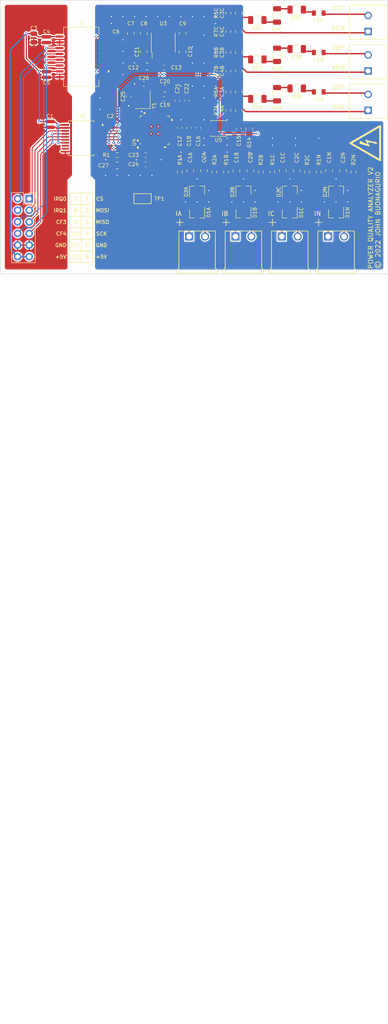
<source format=kicad_pcb>
(kicad_pcb (version 20241229) (generator "pcbnew") (generator_version "9.0")
  (layers (0 "F.Cu" signal) (2 "B.Cu" signal) (13 "F.Paste" user) (15 "B.Paste" user) (5 "F.SilkS" user "F.Silkscreen") (7 "B.SilkS" user "B.Silkscreen") (1 "F.Mask" user) (3 "B.Mask" user) (25 "Edge.Cuts" user))
  (net 0 "")
  (net 1 "GNDA")
  (net 2 "VDDA")
  (net 3 "/AVDDOUT")
  (net 4 "/DVDDOUT")
  (net 5 "/REF")
  (net 6 "/CLKOUT")
  (net 7 "VDD")
  (net 8 "GND")
  (net 9 "/IRQ0_{MCU}")
  (net 10 "/IRQ1_{MCU}")
  (net 11 "/CF3_{MCU}")
  (net 12 "/CF4_{MCU}")
  (net 13 "/CF4")
  (net 14 "/CF3")
  (net 15 "/IRQ1")
  (net 16 "/IRQ0")
  (net 17 "/SS_{MCU}")
  (net 18 "/SCLK_{MCU}")
  (net 19 "/MOSI_{MCU}")
  (net 20 "/MISO_{MCU}")
  (net 23 "/MISO")
  (net 24 "/MOSI")
  (net 25 "/SCLK")
  (net 26 "/SS")
  (net 27 "/RESET")
  (net 28 "/IAP")
  (net 29 "/IAN")
  (net 30 "/IBP")
  (net 31 "/IBN")
  (net 32 "/INP")
  (net 33 "/INN")
  (net 34 "/VAN")
  (net 35 "/VAP")
  (net 36 "/VBN")
  (net 37 "/VBP")
  (net 42 "Net-(C6-Pad1)")
  (net 43 "Net-(C9-Pad1)")
  (net 44 "Net-(C11-Pad2)")
  (net 45 "Net-(C10-Pad2)")
  (net 46 "/CLKIN")
  (net 47 "Net-(D1A1-Pad1)")
  (net 48 "Net-(L1A1-Pad1)")
  (net 49 "Net-(R3A1-Pad1)")
  (net 50 "Net-(R4A1-Pad1)")
  (net 51 "/ICP")
  (net 52 "/ICN")
  (net 53 "Net-(J2A1-Pad2)")
  (net 54 "Net-(D1A1-Pad2)")
  (net 55 "/VCN")
  (net 56 "/VCP")
  (net 57 "Net-(D1B1-Pad1)")
  (net 58 "Net-(D1B1-Pad2)")
  (net 59 "Net-(D1C1-Pad1)")
  (net 60 "Net-(D1C1-Pad2)")
  (net 61 "Net-(D1N1-Pad1)")
  (net 62 "Net-(D1N1-Pad2)")
  (net 63 "Net-(J2B1-Pad2)")
  (net 64 "Net-(J2C1-Pad2)")
  (net 65 "Net-(L1B1-Pad1)")
  (net 66 "Net-(L1C1-Pad1)")
  (net 67 "Net-(R3B1-Pad1)")
  (net 68 "Net-(R3C1-Pad1)")
  (net 69 "Net-(R4B1-Pad1)")
  (net 70 "Net-(R4C1-Pad1)")
  (footprint "Resistor_SMD:R_1206_3216Metric" (layer "F.Cu") (at 151.384 69.342)
    (property "Reference" "R5C1" (hide yes))
    (property "Value" "200kΩ")
  )
  (footprint "Capacitor_SMD:C_0805_2012Metric" (layer "F.Cu") (at 147.32 80.518 90)
    (property "Reference" "C4B1" (hide yes))
    (property "Value" "0.022µF")
  )
  (footprint "Capacitor_SMD:C_0805_2012Metric" (layer "F.Cu") (at 136.652 102.362 -90)
    (property "Reference" "C1A1" (hide yes))
    (property "Value" "0.022µF")
  )
  (footprint "Capacitor_SMD:C_0805_2012Metric" (layer "F.Cu") (at 149.606 93.218 90)
    (property "Reference" "C14")
    (property "Value" "1µF")
  )
  (footprint "Capacitor_SMD:C_0805_2012Metric" (layer "F.Cu") (at 120.65 101.215 180)
    (property "Reference" "C27")
    (property "Value" "10µF")
  )
  (footprint "Package_TO_SOT_SMD:SC-59" (layer "F.Cu") (at 168.656 111.76 -90)
    (property "Reference" "D1N1" (hide yes))
    (property "Value" "MMBD4148SE")
  )
  (footprint "Package_TO_SOT_SMD:SC-59" (layer "F.Cu") (at 158.496 106.68 90)
    (property "Reference" "D2C1" (hide yes))
    (property "Value" "MMBD4148SE")
  )
  (footprint "Capacitor_SMD:C_0805_2012Metric" (layer "F.Cu") (at 147.32 76.454 90)
    (property "Reference" "C3B1" (hide yes))
    (property "Value" "0.022µF")
  )
  (footprint "Capacitor_SMD:C_0805_2012Metric" (layer "F.Cu") (at 156.972 102.362 -90)
    (property "Reference" "C1C1" (hide yes))
    (property "Value" "0.022µF")
  )
  (footprint "Package_TO_SOT_SMD:SC-59" (layer "F.Cu") (at 138.176 111.76 -90)
    (property "Reference" "D1A1" (hide yes))
    (property "Value" "MMBD4148SE")
  )
  (footprint "Capacitor_SMD:C_0603_1608Metric" (layer "F.Cu") (at 123.19 86.106 -90)
    (property "Reference" "C25")
    (property "Value" "18pF")
  )
  (footprint "Capacitor_SMD:C_0805_2012Metric" (layer "F.Cu") (at 160.02 102.362 90)
    (property "Reference" "C2C1" (hide yes))
    (property "Value" "0.022µF")
  )
  (footprint "Resistor_SMD:R_0603_1608Metric" (layer "F.Cu") (at 152.146 102.616 -90)
    (property "Reference" "R2B1" (hide yes))
    (property "Value" "1kΩ")
  )
  (footprint "Capacitor_SMD:C_0805_2012Metric" (layer "F.Cu") (at 147.32 89.154 90)
    (property "Reference" "C4A1" (hide yes))
    (property "Value" "0.022µF")
  )
  (footprint "Resistor_SMD:R_0603_1608Metric" (layer "F.Cu") (at 141.986 102.616 -90)
    (property "Reference" "R2A1" (hide yes))
    (property "Value" "1kΩ")
  )
  (footprint "Resistor_SMD:R_1206_3216Metric" (layer "F.Cu") (at 155.702 76.962 90)
    (property "Reference" "R4B1" (hide yes))
    (property "Value" "200kΩ")
  )
  (footprint "Local:TE_284512-2" (layer "F.Cu") (at 168.656 120.175)
    (property "Reference" "J1N1" (hide yes))
    (property "Value" "284512-2")
  )
  (footprint "Capacitor_SMD:C_0805_2012Metric" (layer "F.Cu") (at 126.490846 76.2994 -90)
    (property "Reference" "C11")
    (property "Value" "10µF")
  )
  (footprint "Capacitor_SMD:C_0603_1608Metric" (layer "F.Cu") (at 126.879685 98.933 180)
    (property "Reference" "C23")
    (property "Value" "0.1µF 25V")
  )
  (footprint "Capacitor_SMD:C_0603_1608Metric" (layer "F.Cu") (at 133.858 86.995 90)
    (property "Reference" "C21")
    (property "Value" "0.1µF 25V")
  )
  (footprint "Local:ADR3512WCRMZ-R7" (layer "F.Cu") (at 142.859912 93.091 180)
    (property "Reference" "U5")
    (property "Value" "ADR3512WCRMZ-R7")
  )
  (footprint "Package_TO_SOT_SMD:SC-59" (layer "F.Cu") (at 168.656 106.68 90)
    (property "Reference" "D2N1" (hide yes))
    (property "Value" "MMBD4148SE")
  )
  (footprint "Local:ECS-245.7-12-33Q-JES-TR" (layer "F.Cu") (at 126.238 86.741 90)
    (property "Reference" "Y1")
    (property "Value" "ECS-245.7-12-33Q-JES-TR")
  )
  (footprint "Local:Symbol_ISO_7010_W012" (layer "F.Cu") (at 175.768 96.266 90)
    (property "Reference" "REF**" (hide yes))
    (property "Value" "Symbol_ISO_7010_W012" (hide yes))
  )
  (footprint "Local:C_0508_1220Metric" (layer "F.Cu") (at 105.156 73.66 -90)
    (property "Reference" "C4")
    (property "Value" "0.1µF")
  )
  (footprint "Local:TE_284512-2" (layer "F.Cu") (at 158.496 120.175)
    (property "Reference" "J1C1" (hide yes))
    (property "Value" "284512-2")
  )
  (footprint "Local:C_0508_1220Metric" (layer "F.Cu") (at 105.156 81.28 -90)
    (property "Reference" "C5")
    (property "Value" "0.1µF")
  )
  (footprint "Capacitor_SMD:C_0603_1608Metric" (layer "F.Cu") (at 126.879685 100.965 180)
    (property "Reference" "C24")
    (property "Value" "4.7µF")
  )
  (footprint "Package_TO_SOT_SMD:SC-59" (layer "F.Cu") (at 158.496 111.76 -90)
    (property "Reference" "D1C1" (hide yes))
    (property "Value" "MMBD4148SE")
  )
  (footprint "Capacitor_SMD:C_0805_2012Metric" (layer "F.Cu") (at 135.004835 76.29939 -90)
    (property "Reference" "C10")
    (property "Value" "1µF")
  )
  (footprint "Capacitor_SMD:C_0805_2012Metric" (layer "F.Cu") (at 170.18 102.362 90)
    (property "Reference" "C2N1" (hide yes))
    (property "Value" "0.022µF")
  )
  (footprint "Capacitor_SMD:C_0805_2012Metric" (layer "F.Cu") (at 146.812 102.362 -90)
    (property "Reference" "C1B1" (hide yes))
    (property "Value" "0.022µF")
  )
  (footprint "Resistor_SMD:R_0603_1608Metric" (layer "F.Cu") (at 154.686 102.616 -90)
    (property "Reference" "R1C1" (hide yes))
    (property "Value" "1kΩ")
  )
  (footprint "Local:C_0508_1220Metric" (layer "F.Cu") (at 105.918 92.202 -90)
    (property "Reference" "C1")
    (property "Value" "0.1µF")
  )
  (footprint "Local:ADM7150ARDZ-3.3" (layer "F.Cu") (at 130.74785 74.295 90)
    (property "Reference" "U3")
    (property "Value" "ADM7150ARDZ-3.3")
  )
  (footprint "Capacitor_SMD:C_0805_2012Metric" (layer "F.Cu") (at 127.210846 79.506)
    (property "Reference" "C12")
    (property "Value" "10µF")
  )
  (footprint "Capacitor_SMD:C_0805_2012Metric" (layer "F.Cu") (at 147.32 71.882 90)
    (property "Reference" "C4C1" (hide yes))
    (property "Value" "0.022µF")
  )
  (footprint "Local:TE_284512-2" (layer "F.Cu") (at 138.176 120.175)
    (property "Reference" "J1A1" (hide yes))
    (property "Value" "284512-2")
  )
  (footprint "Resistor_SMD:R_1206_3216Metric" (layer "F.Cu") (at 151.384 77.978)
    (property "Reference" "R5B1" (hide yes))
    (property "Value" "200kΩ")
  )
  (footprint "Resistor_SMD:R_0603_1608Metric" (layer "F.Cu") (at 145.034 85.09 -90)
    (property "Reference" "R6A1" (hide yes))
    (property "Value" "1kΩ")
  )
  (footprint "Capacitor_SMD:C_0805_2012Metric" (layer "F.Cu") (at 149.86 102.362 90)
    (property "Reference" "C2B1" (hide yes))
    (property "Value" "0.022µF")
  )
  (footprint "Local:C_0508_1220Metric" (layer "F.Cu") (at 119.126 92.202 -90)
    (property "Reference" "C2")
    (property "Value" "0.1µF")
  )
  (footprint "Capacitor_SMD:C_0805_2012Metric" (layer "F.Cu") (at 147.32 67.818 90)
    (property "Reference" "C3C1" (hide yes))
    (property "Value" "0.022µF")
  )
  (footprint "Capacitor_SMD:C_0603_1608Metric" (layer "F.Cu") (at 130.88785 79.756 180)
    (property "Reference" "C13")
    (property "Value" "0.1µF")
  )
  (footprint "Resistor_SMD:R_1206_3216Metric" (layer "F.Cu") (at 155.702 68.326 90)
    (property "Reference" "R4C1" (hide yes))
    (property "Value" "200kΩ")
  )
  (footprint "Resistor_SMD:R_0603_1608Metric" (layer "F.Cu") (at 145.034 76.454 -90)
    (property "Reference" "R6B1" (hide yes))
    (property "Value" "1kΩ")
  )
  (footprint "Resistor_SMD:R_1206_3216Metric" (layer "F.Cu") (at 151.384 86.614)
    (property "Reference" "R5A1" (hide yes))
    (property "Value" "200kΩ")
  )
  (footprint "Capacitor_SMD:C_0805_2012Metric" (layer "F.Cu") (at 131.109 84.328)
    (property "Reference" "C20")
    (property "Value" "10µF")
  )
  (footprint "Local:ADE9000ACPZ" (layer "F.Cu") (at 128.905 93.472 90)
    (property "Reference" "U4")
    (property "Value" "ADE9000ACPZ")
  )
  (footprint "Local:TE_284391-2" (layer "F.Cu") (at 175.675 78.74 90)
    (property "Reference" "J2B1" (hide yes))
    (property "Value" "284391-2")
  )
  (footprint "Resistor_SMD:R_1206_3216Metric" (layer "F.Cu") (at 155.702 85.598 90)
    (property "Reference" "R4A1" (hide yes))
    (property "Value" "200kΩ")
  )
  (footprint "Resistor_SMD:R_0603_1608Metric" (layer "F.Cu") (at 120.65 98.933 180)
    (property "Reference" "R1")
    (property "Value" "10kΩ")
  )
  (footprint "Resistor_SMD:R_1206_3216Metric" (layer "F.Cu") (at 160.02 67.056)
    (property "Reference" "R3C1" (hide yes))
    (property "Value" "200kΩ")
  )
  (footprint "Capacitor_SMD:C_0805_2012Metric" (layer "F.Cu") (at 147.32 85.09 90)
    (property "Reference" "C3A1" (hide yes))
    (property "Value" "0.022µF")
  )
  (footprint "Capacitor_SMD:C_0805_2012Metric" (layer "F.Cu") (at 167.132 102.362 -90)
    (property "Reference" "C1N1" (hide yes))
    (property "Value" "0.022µF")
  )
  (footprint "Capacitor_SMD:C_0603_1608Metric" (layer "F.Cu") (at 138.43 92.964 90)
    (property "Reference" "C16")
    (property "Value" "0.1µF")
  )
  (footprint "Local:TE_284391-2" (layer "F.Cu") (at 175.675 87.376 90)
    (property "Reference" "J2A1" (hide yes))
    (property "Value" "284391-2")
  )
  (footprint "Local:C_0508_1220Metric" (layer "F.Cu") (at 120.396 73.66 -90)
    (property "Reference" "C6")
    (property "Value" "0.1µF")
  )
  (footprint "Resistor_SMD:R_0603_1608Metric" (layer "F.Cu") (at 162.306 102.616 -90)
    (property "Reference" "R2C1" (hide yes))
    (property "Value" "1kΩ")
  )
  (footprint "Resistor_SMD:R_0603_1608Metric" (layer "F.Cu") (at 145.034 89.154 -90)
    (property "Reference" "R7A1" (hide yes))
    (property "Value" "1kΩ")
  )
  (footprint "Package_TO_SOT_SMD:SC-59" (layer "F.Cu") (at 138.176 106.68 90)
    (property "Reference" "D2A1" (hide yes))
    (property "Value" "MMBD4148SE")
  )
  (footprint "Resistor_SMD:R_0603_1608Metric" (layer "F.Cu") (at 134.366 102.616 -90)
    (property "Reference" "R1A1" (hide yes))
    (property "Value" "1kΩ")
  )
  (footprint "Resistor_SMD:R_0603_1608Metric" (layer "F.Cu") (at 145.034 67.818 -90)
    (property "Reference" "R6C1" (hide yes))
    (property "Value" "1kΩ")
  )
  (footprint "Resistor_SMD:R_1206_3216Metric" (layer "F.Cu") (at 160.02 84.328)
    (property "Reference" "R3A1" (hide yes))
    (property "Value" "200kΩ")
  )
  (footprint "Local:ADuM6404ARIZ" (layer "F.Cu") (at 112.776 77.4065)
    (property "Reference" "U1")
    (property "Value" "ADuM6404ARIZ")
  )
  (footprint "Resistor_SMD:R_0603_1608Metric" (layer "F.Cu") (at 164.846 102.616 -90)
    (property "Reference" "R1N1" (hide yes))
    (property "Value" "1kΩ")
  )
  (footprint "Capacitor_SMD:C_0603_1608Metric" (layer "F.Cu") (at 130.889 86.614)
    (property "Reference" "C19")
    (property "Value" "0.1µF 25V")
  )
  (footprint "Capacitor_SMD:C_0805_2012Metric" (layer "F.Cu") (at 135.004835 72.29061 -90)
    (property "Reference" "C9")
    (property "Value" "1µF")
  )
  (footprint "Inductor_SMD:L_0805_2012Metric" (layer "F.Cu") (at 164.846 67.818)
    (property "Reference" "L1C1" (hide yes))
    (property "Value" "1500Ω")
  )
  (footprint "Local:TE_284391-2" (layer "F.Cu") (at 175.675 70.104 90)
    (property "Reference" "J2C1" (hide yes))
    (property "Value" "284391-2")
  )
  (footprint "Capacitor_SMD:C_0805_2012Metric" (layer "F.Cu") (at 126.49085 72.2906 -90)
    (property "Reference" "C8")
    (property "Value" "10µF")
  )
  (footprint "Capacitor_SMD:C_0603_1608Metric" (layer "F.Cu") (at 147.32 93.091 90)
    (property "Reference" "C15")
    (property "Value" "0.1µF")
  )
  (footprint "Capacitor_SMD:C_0805_2012Metric" (layer "F.Cu") (at 123.632 72.2906 -90)
    (property "Reference" "C7")
    (property "Value" "10µF")
  )
  (footprint "Capacitor_SMD:C_0603_1608Metric" (layer "F.Cu") (at 126.508 83.312 180)
    (property "Reference" "C26")
    (property "Value" "18pF")
  )
  (footprint "Inductor_SMD:L_0805_2012Metric" (layer "F.Cu") (at 164.846 85.09)
    (property "Reference" "L1A1" (hide yes))
    (property "Value" "1500Ω")
  )
  (footprint "Capacitor_SMD:C_0603_1608Metric" (layer "F.Cu") (at 134.366 92.964 90)
    (property "Reference" "C17")
    (property "Value" "0.1µF 25V")
  )
  (footprint "Local:PinHeader_2x06_Pmod" (layer "F.Cu") (at 101.29 108.49)
    (property "Reference" "J1" (hide yes))
    (property "Value" "Conn_02x06_Top_Bottom" (hide yes))
  )
  (footprint "Local:Keystone_5015" (layer "F.Cu") (at 126.209685 108.49 180)
    (property "Reference" "TP1")
    (property "Value" "Keystone_5015")
  )
  (footprint "Local:TE_284512-2" (layer "F.Cu") (at 148.336 120.175)
    (property "Reference" "J1B1" (hide yes))
    (property "Value" "284512-2")
  )
  (footprint "Resistor_SMD:R_0603_1608Metric" (layer "F.Cu") (at 144.526 102.616 -90)
    (property "Reference" "R1B1" (hide yes))
    (property "Value" "1kΩ")
  )
  (footprint "Resistor_SMD:R_0603_1608Metric" (layer "F.Cu") (at 145.034 80.518 -90)
    (property "Reference" "R7B1" (hide yes))
    (property "Value" "1kΩ")
  )
  (footprint "Inductor_SMD:L_0805_2012Metric" (layer "F.Cu") (at 164.846 76.454)
    (property "Reference" "L1B1" (hide yes))
    (property "Value" "1500Ω")
  )
  (footprint "Package_TO_SOT_SMD:SC-59" (layer "F.Cu") (at 148.336 106.68 90)
    (property "Reference" "D2B1" (hide yes))
    (property "Value" "MMBD4148SE")
  )
  (footprint "Capacitor_SMD:C_0603_1608Metric" (layer "F.Cu") (at 135.89 86.995 90)
    (property "Reference" "C22")
    (property "Value" "4.7µF")
  )
  (footprint "Resistor_SMD:R_0603_1608Metric" (layer "F.Cu") (at 145.034 71.882 -90)
    (property "Reference" "R7C1" (hide yes))
    (property "Value" "1kΩ")
  )
  (footprint "Capacitor_SMD:C_0603_1608Metric" (layer "F.Cu") (at 136.398 92.964 90)
    (property "Reference" "C18")
    (property "Value" "4.7µF")
  )
  (footprint "Capacitor_SMD:C_0805_2012Metric" (layer "F.Cu") (at 102.362 73.279 -90)
    (property "Reference" "C3")
    (property "Value" "10µF")
  )
  (footprint "Resistor_SMD:R_1206_3216Metric" (layer "F.Cu") (at 160.02 75.692)
    (property "Reference" "R3B1" (hide yes))
    (property "Value" "200kΩ")
  )
  (footprint "Capacitor_SMD:C_0805_2012Metric" (layer "F.Cu") (at 139.7 102.362 90)
    (property "Reference" "C2A1" (hide yes))
    (property "Value" "0.022µF")
  )
  (footprint "Resistor_SMD:R_0603_1608Metric" (layer "F.Cu") (at 172.466 102.616 -90)
    (property "Reference" "R2N1" (hide yes))
    (property "Value" "1kΩ")
  )
  (footprint "Local:MAX22345SAAP+" (layer "F.Cu") (at 112.776 95.25)
    (property "Reference" "U2")
    (property "Value" "MAX22345SAAP+")
  )
  (footprint "Package_TO_SOT_SMD:SC-59" (layer "F.Cu") (at 148.336 111.76 -90)
    (property "Reference" "D1B1" (hide yes))
    (property "Value" "MMBD4148SE")
  )
  (gr_line (start 110.236 107.26) (end 110.236 122.5) (stroke (width 0.15)) (layer "F.SilkS"))
  (gr_line (start 110.236 122.5) (end 115.316 122.5) (stroke (width 0.15)) (layer "F.SilkS"))
  (gr_line (start 110.236 114.88) (end 115.316 114.88) (stroke (width 0.15)) (layer "F.SilkS"))
  (gr_line (start 115.316 107.26) (end 115.316 122.5) (stroke (width 0.15)) (layer "F.SilkS"))
  (gr_line (start 110.236 119.96) (end 115.316 119.96) (stroke (width 0.15)) (layer "F.SilkS"))
  (gr_line (start 112.776 107.26) (end 112.776 122.5) (stroke (width 0.15)) (layer "F.SilkS"))
  (gr_line (start 110.236 109.8) (end 115.316 109.8) (stroke (width 0.15)) (layer "F.SilkS"))
  (gr_line (start 110.236 117.42) (end 115.316 117.42) (stroke (width 0.15)) (layer "F.SilkS"))
  (gr_line (start 110.236 107.26) (end 115.316 107.26) (stroke (width 0.15)) (layer "F.SilkS"))
  (gr_line (start 110.236 112.34) (end 115.316 112.34) (stroke (width 0.15)) (layer "F.SilkS"))
  (gr_rect (start 95 65) (end 180 125) (stroke (width 0.1)) (fill no) (layer "Edge.Cuts"))
  (gr_text "R3A" (at 160.02 86.106 0) (layer "F.SilkS") (effects (font (size 0.8 0.8) (thickness 0.12))))
  (gr_text "+" (at 154.686 113.538 0) (layer "F.SilkS") (effects (font (size 2 2))))
  (gr_text "R4A" (at 155.702 88.646 0) (layer "F.SilkS") (effects (font (size 0.8 0.8) (thickness 0.12))))
  (gr_text "R2N" (at 172.48 100 90) (layer "F.SilkS") (effects (font (size 0.8 0.8) (thickness 0.12))))
  (gr_text "VBP" (at 169.164 75.438 0) (layer "F.SilkS") (effects (font (size 1 1))))
  (gr_text "D2C" (at 156.09 107 90) (layer "F.SilkS") (effects (font (size 0.8 0.8) (thickness 0.12))))
  (gr_text "R2C" (at 162.32 100 90) (layer "F.SilkS") (effects (font (size 0.8 0.8) (thickness 0.12))))
  (gr_text "IRQ1" (at 109.601 111.07 0) (layer "F.SilkS") (effects (font (size 0.8 0.8)) (justify right)))
  (gr_text "L1A" (at 164.846 86.614 0) (layer "F.SilkS") (effects (font (size 0.8 0.8) (thickness 0.12))))
  (gr_text "CS" (at 115.951 108.53 0) (layer "F.SilkS") (effects (font (size 0.8 0.8)) (justify left)))
  (gr_text "R3B" (at 160.02 77.47 0) (layer "F.SilkS") (effects (font (size 0.8 0.8) (thickness 0.12))))
  (gr_text "MISO" (at 115.890995 113.61 0) (layer "F.SilkS") (effects (font (size 0.8 0.8)) (justify left)))
  (gr_text "C1A" (at 136.652 99.5 90) (layer "F.SilkS") (effects (font (size 0.8 0.8) (thickness 0.12))))
  (gr_text "R1B" (at 144.54 100 90) (layer "F.SilkS") (effects (font (size 0.8 0.8) (thickness 0.12))))
  (gr_text "R5A" (at 151.384 88.392 0) (layer "F.SilkS") (effects (font (size 0.8 0.8) (thickness 0.12))))
  (gr_text "R5C" (at 151.384 71.12 0) (layer "F.SilkS") (effects (font (size 0.8 0.8) (thickness 0.12))))
  (gr_text "MOSI" (at 115.890995 111.07 0) (layer "F.SilkS") (effects (font (size 0.8 0.8)) (justify left)))
  (gr_text "GND" (at 109.601 118.69 0) (layer "F.SilkS") (effects (font (size 0.8 0.8)) (justify right)))
  (gr_text "IN" (at 164.592 111.76 0) (layer "F.SilkS") (effects (font (size 1 1))))
  (gr_text "4" (at 114.046 116.15 0) (layer "F.SilkS") (effects (font (size 0.8 0.8))))
  (gr_text "VCP" (at 169.164 66.802 0) (layer "F.SilkS") (effects (font (size 1 1))))
  (gr_text "C1C" (at 156.972 99.5 90) (layer "F.SilkS") (effects (font (size 0.8 0.8) (thickness 0.12))))
  (gr_text "D1N" (at 171.16 111.51 90) (layer "F.SilkS") (effects (font (size 0.8 0.8) (thickness 0.12))))
  (gr_text "VBN" (at 169.164 79.756 0) (layer "F.SilkS") (effects (font (size 1 1))))
  (gr_text "+" (at 164.846 113.538 0) (layer "F.SilkS") (effects (font (size 2 2))))
  (gr_text "R6A\nC3A" (at 143.002 85.090001 90) (layer "F.SilkS") (effects (font (size 0.8 0.8) (thickness 0.12))))
  (gr_text "R1N" (at 164.86 100 90) (layer "F.SilkS") (effects (font (size 0.8 0.8) (thickness 0.12))))
  (gr_text "R5B" (at 151.384 79.756 0) (layer "F.SilkS") (effects (font (size 0.8 0.8) (thickness 0.12))))
  (gr_text "+5V" (at 117.160995 121.23 0) (layer "F.SilkS") (effects (font (size 0.8 0.8))))
  (gr_text "C2C" (at 160.02 99.5 90) (layer "F.SilkS") (effects (font (size 0.8 0.8) (thickness 0.12))))
  (gr_text "R6B\nC3B" (at 143.002 76.454001 90) (layer "F.SilkS") (effects (font (size 0.8 0.8) (thickness 0.12))))
  (gr_text "D2N" (at 166.25 107 90) (layer "F.SilkS") (effects (font (size 0.8 0.8) (thickness 0.12))))
  (gr_text "VAN" (at 169.164 88.392 0) (layer "F.SilkS") (effects (font (size 1 1))))
  (gr_text "L1C" (at 164.846 69.342 0) (layer "F.SilkS") (effects (font (size 0.8 0.8) (thickness 0.12))))
  (gr_text "11" (at 111.506 118.69 0) (layer "F.SilkS") (effects (font (size 0.8 0.8))))
  (gr_text "R7A\nC4A" (at 143.002 89.154001 90) (layer "F.SilkS") (effects (font (size 0.8 0.8) (thickness 0.12))))
  (gr_text "VAP" (at 169.164 84.074 0) (layer "F.SilkS") (effects (font (size 1 1))))
  (gr_text "IB" (at 144.272 111.76 0) (layer "F.SilkS") (effects (font (size 1 1))))
  (gr_text "C2B" (at 149.86 99.5 90) (layer "F.SilkS") (effects (font (size 0.8 0.8) (thickness 0.12))))
  (gr_text "5" (at 114.046 118.69 0) (layer "F.SilkS") (effects (font (size 0.8 0.8))))
  (gr_text "SCK" (at 115.951 116.18 0) (layer "F.SilkS") (effects (font (size 0.8 0.8)) (justify left)))
  (gr_text "GND" (at 115.890995 118.69 0) (layer "F.SilkS") (effects (font (size 0.8 0.8)) (justify left)))
  (gr_text "C1B" (at 146.812 99.5 90) (layer "F.SilkS") (effects (font (size 0.8 0.8) (thickness 0.12))))
  (gr_text "D1C" (at 161 111.51 90) (layer "F.SilkS") (effects (font (size 0.8 0.8) (thickness 0.12))))
  (gr_text "+" (at 134.366 113.538 0) (layer "F.SilkS") (effects (font (size 2 2))))
  (gr_text "VCN" (at 169.164 71.12 0) (layer "F.SilkS") (effects (font (size 1 1))))
  (gr_text "10" (at 111.506 116.15 0) (layer "F.SilkS") (effects (font (size 0.8 0.8))))
  (gr_text "CF3" (at 109.601 113.61 0) (layer "F.SilkS") (effects (font (size 0.8 0.8)) (justify right)))
  (gr_text "6" (at 114.046 121.23 0) (layer "F.SilkS") (effects (font (size 0.8 0.8))))
  (gr_text "C2N" (at 170.18 99.5 90) (layer "F.SilkS") (effects (font (size 0.8 0.8) (thickness 0.12))))
  (gr_text "R4C" (at 155.702 71.374 0) (layer "F.SilkS") (effects (font (size 0.8 0.8) (thickness 0.12))))
  (gr_text "12" (at 111.506 121.23 0) (layer "F.SilkS") (effects (font (size 0.8 0.8))))
  (gr_text "+" (at 144.526 113.538 0) (layer "F.SilkS") (effects (font (size 2 2))))
  (gr_text "L1B" (at 164.846 77.978 0) (layer "F.SilkS") (effects (font (size 0.8 0.8) (thickness 0.12))))
  (gr_text "R7C\nC4C" (at 143.002 71.882001 90) (layer "F.SilkS") (effects (font (size 0.8 0.8) (thickness 0.12))))
  (gr_text "R2A" (at 142 100 90) (layer "F.SilkS") (effects (font (size 0.8 0.8) (thickness 0.12))))
  (gr_text "C1N" (at 167.132 99.5 90) (layer "F.SilkS") (effects (font (size 0.8 0.8) (thickness 0.12))))
  (gr_text "D1B" (at 150.84 111.52 90) (layer "F.SilkS") (effects (font (size 0.8 0.8) (thickness 0.12))))
  (gr_text "D2A" (at 135.77 107 90) (layer "F.SilkS") (effects (font (size 0.8 0.8) (thickness 0.12))))
  (gr_text "9" (at 111.506 113.61 0) (layer "F.SilkS") (effects (font (size 0.8 0.8))))
  (gr_text "D1A" (at 140.68 111.51 90) (layer "F.SilkS") (effects (font (size 0.8 0.8) (thickness 0.12))))
  (gr_text "CF4" (at 109.601 116.15 0) (layer "F.SilkS") (effects (font (size 0.8 0.8)) (justify right)))
  (gr_text "2" (at 114.046 111.07 0) (layer "F.SilkS") (effects (font (size 0.8 0.8))))
  (gr_text "R3C" (at 160.02 68.834 0) (layer "F.SilkS") (effects (font (size 0.8 0.8) (thickness 0.12))))
  (gr_text "IC" (at 154.432 111.76 0) (layer "F.SilkS") (effects (font (size 1 1))))
  (gr_text "R1A" (at 134.38 100 90) (layer "F.SilkS") (effects (font (size 0.8 0.8) (thickness 0.12))))
  (gr_text "1" (at 114.046 108.53 0) (layer "F.SilkS") (effects (font (size 0.8 0.8))))
  (gr_text "C2A" (at 139.7 99.5 90) (layer "F.SilkS") (effects (font (size 0.8 0.8) (thickness 0.12))))
  (gr_text "R7B\nC4B" (at 143.002 80.518001 90) (layer "F.SilkS") (effects (font (size 0.8 0.8) (thickness 0.12))))
  (gr_text "+5V" (at 109.601 121.23 0) (layer "F.SilkS") (effects (font (size 0.8 0.8)) (justify right)))
  (gr_text "R4B" (at 155.702 80.01 0) (layer "F.SilkS") (effects (font (size 0.8 0.8) (thickness 0.12))))
  (gr_text "IA" (at 134.112 111.76 0) (layer "F.SilkS") (effects (font (size 1 1))))
  (gr_text "R1C" (at 154.7 100 90) (layer "F.SilkS") (effects (font (size 0.8 0.8) (thickness 0.12))))
  (gr_text "D2B" (at 145.93 107.01 90) (layer "F.SilkS") (effects (font (size 0.8 0.8) (thickness 0.12))))
  (gr_text "3" (at 114.046 113.61 0) (layer "F.SilkS") (effects (font (size 0.8 0.8))))
  (gr_text "R6C\nC3C" (at 143.002 67.818001 90) (layer "F.SilkS") (effects (font (size 0.8 0.8) (thickness 0.12))))
  (gr_text "8" (at 111.506 111.07 0) (layer "F.SilkS") (effects (font (size 0.8 0.8))))
  (gr_text "7" (at 111.506 108.53 0) (layer "F.SilkS") (effects (font (size 0.8 0.8))))
  (gr_text "R2B" (at 152.16 100 90) (layer "F.SilkS") (effects (font (size 0.8 0.8) (thickness 0.12))))
  (gr_text "IRQ0" (at 109.601 108.53 0) (layer "F.SilkS") (effects (font (size 0.8 0.8)) (justify right)))
  (gr_text "POWER QUALITY ANALYZER V2\n© 2022 JOHN BUONAGURIO" (at 177.041988 123.927997 90) (layer "F.SilkS") (effects (font (size 1 1)) (justify left)))
  (segment (start 123.19 88.138) (end 123.19 86.895991) (width 0.2032) (layer "F.Cu") (net 1))
  (segment (start 125.732997 83.568997) (end 125.989997 83.568997) (width 0.2032) (layer "F.Cu") (net 1))
  (segment (start 125.983998 89.408) (end 125.48679 88.910792) (width 0.2032) (layer "F.Cu") (net 1))
  (segment (start 127.154559 95.222441) (end 130.155315 92.221685) (width 0.254) (layer "F.Cu") (net 1))
  (segment (start 127.154559 96.4438) (end 127.154559 95.222441) (width 0.254) (layer "F.Cu") (net 1))
  (segment (start 127.654685 90.5002) (end 127.654685 92.221685) (width 0.254) (layer "F.Cu") (net 1))
  (segment (start 131.8768 92.221685) (end 130.155315 92.221685) (width 0.254) (layer "F.Cu") (net 1))
  (segment (start 127.654685 92.221685) (end 129.155063 93.722063) (width 0.254) (layer "F.Cu") (net 1))
  (segment (start 124.46 83.312) (end 125.732997 83.312) (width 0.2032) (layer "F.Cu") (net 1))
  (segment (start 125.989997 83.568997) (end 126.989208 84.568208) (width 0.2032) (layer "F.Cu") (net 1))
  (segment (start 131.8768 92.721811) (end 129.655189 92.721811) (width 0.254) (layer "F.Cu") (net 1))
  (segment (start 128.154811 96.4438) (end 128.154811 94.222189) (width 0.254) (layer "F.Cu") (net 1))
  (segment (start 127.137998 84.927418) (end 127.137998 84.973998) (width 0.2032) (layer "F.Cu") (net 1))
  (segment (start 128.654937 90.5002) (end 128.654937 93.221937) (width 0.254) (layer "F.Cu") (net 1))
  (segment (start 125.338 88.551582) (end 125.338 87.891) (width 0.2032) (layer "F.Cu") (net 1))
  (segment (start 125.733 83.312) (end 125.733 83.569) (width 0.254) (layer "F.Cu") (net 1))
  (segment (start 128.654937 96.4438) (end 128.654937 93.722063) (width 0.254) (layer "F.Cu") (net 1))
  (segment (start 131.8768 93.722063) (end 129.155063 93.722063) (width 0.254) (layer "F.Cu") (net 1))
  (segment (start 127.138 84.974) (end 127.138 85.591) (width 0.254) (layer "F.Cu") (net 1))
  (via (at 118.11 103.378) (size 0.508) (drill 0.254) (layers "F.Cu" "B.Cu") (net 1))
  (via (at 132.08 68.58) (size 0.508) (drill 0.254) (layers "F.Cu" "B.Cu") (net 1))
  (via (at 125.983998 89.408) (size 0.6096) (drill 0.3048) (layers "F.Cu" "B.Cu") (net 1))
  (via (at 139.7 83.82) (size 0.508) (drill 0.254) (layers "F.Cu" "B.Cu") (net 1))
  (via (at 158.496 104.14) (size 0.508) (drill 0.254) (layers "F.Cu" "B.Cu") (net 1))
  (via (at 127 68.58) (size 0.508) (drill 0.254) (layers "F.Cu" "B.Cu") (net 1))
  (via (at 139.7 72.644) (size 0.508) (drill 0.254) (layers "F.Cu" "B.Cu") (net 1))
  (via (at 166.116 106.68) (size 0.508) (drill 0.254) (layers "F.Cu" "B.Cu") (net 1))
  (via (at 124.46 83.312) (size 0.6096) (drill 0.3048) (layers "F.Cu" "B.Cu") (net 1))
  (via (at 134.62 95.25) (size 0.508) (drill 0.254) (layers "F.Cu" "B.Cu") (net 1))
  (via (at 121.92 68.58) (size 0.508) (drill 0.254) (layers "F.Cu" "B.Cu") (net 1))
  (via (at 138.176 109.22) (size 0.508) (drill 0.254) (layers "F.Cu" "B.Cu") (net 1))
  (via (at 134.62 91.186) (size 0.508) (drill 0.254) (layers "F.Cu" "B.Cu") (net 1))
  (via (at 142.24 83.82) (size 0.508) (drill 0.254) (layers "F.Cu" "B.Cu") (net 1))
  (via (at 155.956 106.68) (size 0.508) (drill 0.254) (layers "F.Cu" "B.Cu") (net 1))
  (via (at 161.036 106.68) (size 0.508) (drill 0.254) (layers "F.Cu" "B.Cu") (net 1))
  (via (at 139.7 86.36) (size 0.508) (drill 0.254) (layers "F.Cu" "B.Cu") (net 1))
  (via (at 140.716 106.68) (size 0.508) (drill 0.254) (layers "F.Cu" "B.Cu") (net 1))
  (via (at 171.196 109.22) (size 0.508) (drill 0.254) (layers "F.Cu" "B.Cu") (net 1))
  (via (at 149.606 98.298) (size 0.508) (drill 0.254) (layers "F.Cu" "B.Cu") (net 1))
  (via (at 135.636 109.22) (size 0.508) (drill 0.254) (layers "F.Cu" "B.Cu") (net 1))
  (via (at 142.24 70.104) (size 0.508) (drill 0.254) (layers "F.Cu" "B.Cu") (net 1))
  (via (at 139.7 99.822) (size 0.508) (drill 0.254) (layers "F.Cu" "B.Cu") (net 1))
  (via (at 124.46 76.2) (size 0.508) (drill 0.254) (layers "F.Cu" "B.Cu") (net 1))
  (via (at 148.336 109.22) (size 0.508) (drill 0.254) (layers "F.Cu" "B.Cu") (net 1))
  (via (at 161.036 109.22) (size 0.508) (drill 0.254) (layers "F.Cu" "B.Cu") (net 1))
  (via (at 120.65 103.378) (size 0.508) (drill 0.254) (layers "F.Cu" "B.Cu") (net 1))
  (via (at 139.7 95.25) (size 0.508) (drill 0.254) (layers "F.Cu" "B.Cu") (net 1))
  (via (at 121.92 78.74) (size 0.508) (drill 0.254) (layers "F.Cu" "B.Cu") (net 1))
  (via (at 149.606 96.774) (size 0.508) (drill 0.254) (layers "F.Cu" "B.Cu") (net 1))
  (via (at 137.16 78.74) (size 0.508) (drill 0.254) (layers "F.Cu" "B.Cu") (net 1))
  (via (at 134.62 68.58) (size 0.508) (drill 0.254) (layers "F.Cu" "B.Cu") (net 1))
  (via (at 164.846 95.25) (size 0.508) (drill 0.254) (layers "F.Cu" "B.Cu") (net 1))
  (via (at 140.716 109.22) (size 0.508) (drill 0.254) (layers "F.Cu" "B.Cu") (net 1))
  (via (at 118.11 99.949) (size 0.508) (drill 0.254) (layers "F.Cu" "B.Cu") (net 1))
  (via (at 154.686 95.25) (size 0.508) (drill 0.254) (layers "F.Cu" "B.Cu") (net 1))
  (via (at 129.54 68.58) (size 0.508) (drill 0.254) (layers "F.Cu" "B.Cu") (net 1))
  (via (at 139.7 91.186) (size 0.508) (drill 0.254) (layers "F.Cu" "B.Cu") (net 1))
  (via (at 159.766 96.774) (size 0.508) (drill 0.254) (layers "F.Cu" "B.Cu") (net 1))
  (via (at 137.16 83.82) (size 0.508) (drill 0.254) (layers "F.Cu" "B.Cu") (net 1))
  (via (at 124.46 68.58) (size 0.508) (drill 0.254) (layers "F.Cu" "B.Cu") (net 1))
  (via (at 121.92 76.2) (size 0.508) (drill 0.254) (layers "F.Cu" "B.Cu") (net 1))
  (via (at 150.876 106.68) (size 0.508) (drill 0.254) (layers "F.Cu" "B.Cu") (net 1))
  (via (at 144.78 98.298) (size 0.508) (drill 0.254) (layers "F.Cu" "B.Cu") (net 1))
  (via (at 149.606 95.25) (size 0.508) (drill 0.254) (layers "F.Cu" "B.Cu") (net 1))
  (via (at 155.956 109.22) (size 0.508) (drill 0.254) (layers "F.Cu" "B.Cu") (net 1))
  (via (at 142.24 68.58) (size 0.508) (drill 0.254) (layers "F.Cu" "B.Cu") (net 1))
  (via (at 144.78 91.186) (size 0.508) (drill 0.254) (layers "F.Cu" "B.Cu") (net 1))
  (via (at 168.656 109.22) (size 0.508) (drill 0.254) (layers "F.Cu" "B.Cu") (net 1))
  (via (at 128.27 103.378) (size 0.508) (drill 0.254) (layers "F.Cu" "B.Cu") (net 1))
  (via (at 116.84 86.36) (size 0.508) (drill 0.254) (layers "F.Cu" "B.Cu") (net 1))
  (via (at 171.196 106.68) (size 0.508) (drill 0.254) (layers "F.Cu" "B.Cu") (net 1))
  (via (at 142.24 86.36) (size 0.508) (drill 0.254) (layers "F.Cu" "B.Cu") (net 1))
  (via (at 168.656 104.14) (size 0.508) (drill 0.254) (layers "F.Cu" "B.Cu") (net 1))
  (via (at 134.62 99.822) (size 0.508) (drill 0.254) (layers "F.Cu" "B.Cu") (net 1))
  (via (at 121.92 73.66) (size 0.508) (drill 0.254) (layers "F.Cu" "B.Cu") (net 1))
  (via (at 139.7 98.298) (size 0.508) (drill 0.254) (layers "F.Cu" "B.Cu") (net 1))
  (via (at 134.62 98.298) (size 0.508) (drill 0.254) (layers "F.Cu" "B.Cu") (net 1))
  (via (at 119.38 70.104) (size 0.508) (drill 0.254) (layers "F.Cu" "B.Cu") (net 1))
  (via (at 148.336 104.14) (size 0.508) (drill 0.254) (layers "F.Cu" "B.Cu") (net 1))
  (via (at 134.62 96.774) (size 0.508) (drill 0.254) (layers "F.Cu" "B.Cu") (net 1))
  (via (at 137.16 75.184) (size 0.508) (drill 0.254) (layers "F.Cu" "B.Cu") (net 1))
  (via (at 135.636 106.68) (size 0.508) (drill 0.254) (layers "F.Cu" "B.Cu") (net 1))
  (via (at 139.7 68.58) (size 0.508) (drill 0.254) (layers "F.Cu" "B.Cu") (net 1))
  (via (at 166.116 109.22) (size 0.508) (drill 0.254) (layers "F.Cu" "B.Cu") (net 1))
  (via (at 119.38 68.58) (size 0.508) (drill 0.254) (layers "F.Cu" "B.Cu") (net 1))
  (via (at 124.46 78.74) (size 0.508) (drill 0.254) (layers "F.Cu" "B.Cu") (net 1))
  (via (at 145.796 109.22) (size 0.508) (drill 0.254) (layers "F.Cu" "B.Cu") (net 1))
  (via (at 125.73 103.378) (size 0.508) (drill 0.254) (layers "F.Cu" "B.Cu") (net 1))
  (via (at 123.19 103.378) (size 0.508) (drill 0.254) (layers "F.Cu" "B.Cu") (net 1))
  (via (at 154.686 96.774) (size 0.508) (drill 0.254) (layers "F.Cu" "B.Cu") (net 1))
  (via (at 139.7 96.774) (size 0.508) (drill 0.254) (layers "F.Cu" "B.Cu") (net 1))
  (via (at 142.24 76.2) (size 0.508) (drill 0.254) (layers "F.Cu" "B.Cu") (net 1))
  (via (at 116.84 88.9) (size 0.508) (drill 0.254) (layers "F.Cu" "B.Cu") (net 1))
  (via (at 145.796 106.68) (size 0.508) (drill 0.254) (layers "F.Cu" "B.Cu") (net 1))
  (via (at 144.78 96.774) (size 0.508) (drill 0.254) (layers "F.Cu" "B.Cu") (net 1))
  (via (at 123.19 88.138) (size 0.6096) (drill 0.3048) (layers "F.Cu" "B.Cu") (net 1))
  (via (at 124.841 99.949) (size 0.508) (drill 0.254) (layers "F.Cu" "B.Cu") (net 1))
  (via (at 158.496 109.22) (size 0.508) (drill 0.254) (layers "F.Cu" "B.Cu") (net 1))
  (via (at 139.7 78.74) (size 0.508) (drill 0.254) (layers "F.Cu" "B.Cu") (net 1))
  (via (at 121.92 81.28) (size 0.508) (drill 0.254) (layers "F.Cu" "B.Cu") (net 1))
  (via (at 130.302 99.949) (size 0.508) (drill 0.254) (layers "F.Cu" "B.Cu") (net 1))
  (via (at 137.16 68.58) (size 0.508) (drill 0.254) (layers "F.Cu" "B.Cu") (net 1))
  (via (at 138.176 104.14) (size 0.508) (drill 0.254) (layers "F.Cu" "B.Cu") (net 1))
  (via (at 159.766 95.25) (size 0.508) (drill 0.254) (layers "F.Cu" "B.Cu") (net 1))
  (via (at 150.876 109.22) (size 0.508) (drill 0.254) (layers "F.Cu" "B.Cu") (net 1))
  (via (at 134.62 83.82) (size 0.508) (drill 0.254) (layers "F.Cu" "B.Cu") (net 1))
  (via (at 144.78 95.25) (size 0.508) (drill 0.254) (layers "F.Cu" "B.Cu") (net 1))
  (arc (start 125.48679 88.910792) (mid 125.37667 88.745985) (end 125.338 88.551582) (width 0.2032) (layer "F.Cu") (net 1))
  (arc (start 126.989208 84.568208) (mid 127.099328 84.733015) (end 127.137998 84.927418) (width 0.2032) (layer "F.Cu") (net 1))
  (segment (start 119.888 98.87) (end 119.825 98.933) (width 0.254) (layer "F.Cu") (net 2))
  (segment (start 128.154811 90.241609) (end 128.154811 90.5002) (width 0.254) (layer "F.Cu") (net 2))
  (segment (start 119.888 97.525002) (end 119.888 98.87) (width 0.254) (layer "F.Cu") (net 2))
  (segment (start 118.872 96.225004) (end 116.27485 96.225004) (width 0.2032) (layer "F.Cu") (net 2))
  (segment (start 116.27485 92.325002) (end 116.884062 91.71579) (width 0.254) (layer "F.Cu") (net 2))
  (segment (start 151.384 94.234) (end 149.672 94.234) (width 0.254) (layer "F.Cu") (net 2))
  (segment (start 149.672 94.234) (end 149.606 94.168) (width 0.254) (layer "F.Cu") (net 2))
  (segment (start 125.362811 97.525002) (end 119.888 97.525002) (width 0.254) (layer "F.Cu") (net 2))
  (segment (start 130.112846 81.28) (end 130.887851 81.28) (width 0.254) (layer "F.Cu") (net 2))
  (segment (start 128.266 79.506) (end 128.160846 79.506) (width 0.254) (layer "F.Cu") (net 2))
  (segment (start 146.993001 94.065999) (end 145.12531 94.065999) (width 0.254) (layer "F.Cu") (net 2))
  (segment (start 130.114 86.614) (end 130.114 87.86158) (width 0.254) (layer "F.Cu") (net 2))
  (segment (start 120.41779 91.71579) (end 120.904 92.202) (width 0.254) (layer "F.Cu") (net 2))
  (segment (start 126.654433 96.4438) (end 125.722021 97.376212) (width 0.254) (layer "F.Cu") (net 2))
  (segment (start 128.410846 79.756) (end 130.11285 79.756) (width 0.254) (layer "F.Cu") (net 2))
  (segment (start 147.32 93.739) (end 146.993001 94.065999) (width 0.254) (layer "F.Cu") (net 2))
  (segment (start 140.594514 94.065999) (end 145.12531 94.065999) (width 0.254) (layer "F.Cu") (net 2))
  (segment (start 130.11285 79.756) (end 130.11285 81.28) (width 0.254) (layer "F.Cu") (net 2))
  (segment (start 116.27485 96.225004) (end 116.27485 96.87499) (width 0.2032) (layer "F.Cu") (net 2))
  (segment (start 128.160846 79.506) (end 128.410846 79.756) (width 0.254) (layer "F.Cu") (net 2))
  (segment (start 119.126 91.567) (end 120.05858 91.567) (width 0.254) (layer "F.Cu") (net 2))
  (segment (start 129.96521 88.22079) (end 128.303601 89.882399) (width 0.254) (layer "F.Cu") (net 2))
  (segment (start 117.243272 91.567) (end 119.126 91.567) (width 0.254) (layer "F.Cu") (net 2))
  (segment (start 147.32 94.065999) (end 149.177 94.065999) (width 0.254) (layer "F.Cu") (net 2))
  (segment (start 130.11285 84.32685) (end 130.114 84.328) (width 0.254) (layer "F.Cu") (net 2))
  (segment (start 130.11285 81.28) (end 130.11285 84.32685) (width 0.254) (layer "F.Cu") (net 2))
  (segment (start 130.11285 77.65915) (end 128.266 79.506) (width 0.254) (layer "F.Cu") (net 2))
  (segment (start 130.114 84.328) (end 130.114 86.614) (width 0.254) (layer "F.Cu") (net 2))
  (segment (start 130.11285 77.01915) (end 130.11285 77.65915) (width 0.254) (layer "F.Cu") (net 2))
  (via (at 120.904 92.202) (size 0.6096) (drill 0.3048) (layers "F.Cu" "B.Cu") (net 2))
  (via (at 130.11285 81.28) (size 0.6096) (drill 0.3048) (layers "F.Cu" "B.Cu") (net 2))
  (via (at 151.384 94.234) (size 0.6096) (drill 0.3048) (layers "F.Cu" "B.Cu") (net 2))
  (via (at 119.888 97.525002) (size 0.6096) (drill 0.3048) (layers "F.Cu" "B.Cu") (net 2))
  (via (at 118.872 96.225004) (size 0.6096) (drill 0.3048) (layers "F.Cu" "B.Cu") (net 2))
  (via (at 130.887851 81.28) (size 0.6096) (drill 0.3048) (layers "F.Cu" "B.Cu") (net 2))
  (arc (start 117.243272 91.567) (mid 117.048869 91.605669) (end 116.884062 91.71579) (width 0.254) (layer "F.Cu") (net 2))
  (arc (start 129.96521 88.22079) (mid 130.07533 88.055983) (end 130.114 87.86158) (width 0.254) (layer "F.Cu") (net 2))
  (arc (start 120.41779 91.71579) (mid 120.252983 91.60567) (end 120.05858 91.567) (width 0.254) (layer "F.Cu") (net 2))
  (arc (start 125.722021 97.376212) (mid 125.557214 97.486332) (end 125.362811 97.525002) (width 0.254) (layer "F.Cu") (net 2))
  (arc (start 128.303601 89.882399) (mid 128.193481 90.047206) (end 128.154811 90.241609) (width 0.254) (layer "F.Cu") (net 2))
  (segment (start 118.872 96.225004) (end 118.872 96.52) (width 0.254) (layer "B.Cu") (net 2))
  (segment (start 124.732051 81.28) (end 130.112846 81.28) (width 0.254) (layer "B.Cu") (net 2))
  (segment (start 120.904 92.202) (end 119.243974 93.862026) (width 0.254) (layer "B.Cu") (net 2))
  (segment (start 121.275975 84.210025) (end 123.834026 81.651974) (width 0.254) (layer "B.Cu") (net 2))
  (segment (start 118.872 94.760051) (end 118.872 96.225004) (width 0.254) (layer "B.Cu") (net 2))
  (segment (start 141.732 81.28) (end 130.887851 81.28) (width 0.254) (layer "B.Cu") (net 2))
  (segment (start 130.887851 81.28) (end 130.11285 81.28) (width 0.254) (layer "B.Cu") (net 2))
  (segment (start 143.002 92.964) (end 143.002 82.55) (width 0.254) (layer "B.Cu") (net 2))
  (segment (start 151.384 94.234) (end 144.272 94.234) (width 0.254) (layer "B.Cu") (net 2))
  (segment (start 120.904 92.202) (end 120.904 85.108051) (width 0.254) (layer "B.Cu") (net 2))
  (arc (start 121.275983 84.210017) (mid 121.000673 84.622043) (end 120.904 85.108059) (width 0.254) (layer "B.Cu") (net 2))
  (arc (start 143.002 82.55) (mid 142.630026 81.651974) (end 141.732 81.28) (width 0.254) (layer "B.Cu") (net 2))
  (arc (start 144.272 94.234) (mid 143.373974 93.862026) (end 143.002 92.964) (width 0.254) (layer "B.Cu") (net 2))
  (arc (start 118.872 94.760051) (mid 118.968673 94.274043) (end 119.243974 93.862026) (width 0.254) (layer "B.Cu") (net 2))
  (arc (start 119.888 97.536) (mid 119.16958 97.23842) (end 118.872 96.52) (width 0.254) (layer "B.Cu") (net 2))
  (arc (start 123.834017 81.651983) (mid 124.246043 81.376673) (end 124.732059 81.28) (width 0.254) (layer "B.Cu") (net 2))
  (segment (start 131.26142 87.897) (end 133.858 87.897) (width 0.254) (layer "F.Cu") (net 3))
  (segment (start 133.858 87.897) (end 135.763 87.897) (width 0.254) (layer "F.Cu") (net 3))
  (segment (start 129.155063 90.5002) (end 129.155063 90.003357) (width 0.254) (layer "F.Cu") (net 3))
  (segment (start 129.303853 89.644147) (end 130.90221 88.04579) (width 0.254) (layer "F.Cu") (net 3))
  (arc (start 129.155063 90.003357) (mid 129.193732 89.808954) (end 129.303853 89.644147) (width 0.254) (layer "F.Cu") (net 3))
  (arc (start 130.90221 88.04579) (mid 131.067017 87.93567) (end 131.26142 87.897) (width 0.254) (layer "F.Cu") (net 3))
  (segment (start 127.654685 96.4438) (end 127.654685 98.933) (width 0.254) (layer "F.Cu") (net 4))
  (segment (start 127.654685 98.933) (end 127.654685 100.965) (width 0.254) (layer "F.Cu") (net 4))
  (segment (start 131.8768 93.221937) (end 133.638517 93.221937) (width 0.2032) (layer "F.Cu") (net 5))
  (segment (start 140.594514 93.416001) (end 140.220419 93.416001) (width 0.2032) (layer "F.Cu") (net 5))
  (segment (start 135.22021 94.59321) (end 134.366 93.739) (width 0.2032) (layer "F.Cu") (net 5))
  (segment (start 136.398 93.739) (end 138.43 93.739) (width 0.2032) (layer "F.Cu") (net 5))
  (segment (start 139.861209 93.564791) (end 138.83279 94.59321) (width 0.2032) (layer "F.Cu") (net 5))
  (segment (start 139.254211 92.914789) (end 138.43 93.739) (width 0.2032) (layer "F.Cu") (net 5))
  (segment (start 140.594514 92.765999) (end 139.613421 92.765999) (width 0.2032) (layer "F.Cu") (net 5))
  (segment (start 133.997727 93.370727) (end 134.366 93.739) (width 0.2032) (layer "F.Cu") (net 5))
  (segment (start 138.47358 94.742) (end 135.57942 94.742) (width 0.2032) (layer "F.Cu") (net 5))
  (segment (start 134.366 93.739) (end 136.398 93.739) (width 0.2032) (layer "F.Cu") (net 5))
  (arc (start 135.57942 94.742) (mid 135.385017 94.703331) (end 135.22021 94.59321) (width 0.2032) (layer "F.Cu") (net 5))
  (arc (start 138.47358 94.742) (mid 138.667983 94.703331) (end 138.83279 94.59321) (width 0.2032) (layer "F.Cu") (net 5))
  (arc (start 133.997727 93.370727) (mid 133.83292 93.260607) (end 133.638517 93.221937) (width 0.2032) (layer "F.Cu") (net 5))
  (arc (start 139.861209 93.564791) (mid 140.026016 93.454671) (end 140.220419 93.416001) (width 0.2032) (layer "F.Cu") (net 5))
  (arc (start 139.254211 92.914789) (mid 139.419018 92.804669) (end 139.613421 92.765999) (width 0.2032) (layer "F.Cu") (net 5))
  (segment (start 124.206 88.68958) (end 124.206 86.93342) (width 0.2032) (layer "F.Cu") (net 6))
  (segment (start 123.203 85.344) (end 123.19 85.331) (width 0.2032) (layer "F.Cu") (net 6))
  (segment (start 125.338 85.591) (end 125.091 85.344) (width 0.2032) (layer "F.Cu") (net 6))
  (segment (start 125.091 85.344) (end 123.203 85.344) (width 0.2032) (layer "F.Cu") (net 6))
  (segment (start 126.654433 90.5002) (end 126.01662 90.5002) (width 0.2032) (layer "F.Cu") (net 6))
  (segment (start 125.65741 90.35141) (end 124.35479 89.04879) (width 0.2032) (layer "F.Cu") (net 6))
  (segment (start 124.35479 86.57421) (end 125.338 85.591) (width 0.2032) (layer "F.Cu") (net 6))
  (segment (start 125.084 85.591) (end 124.964 85.471) (width 0.2032) (layer "F.Cu") (net 6))
  (arc (start 124.35479 86.57421) (mid 124.24467 86.739017) (end 124.206 86.93342) (width 0.2032) (layer "F.Cu") (net 6))
  (arc (start 126.01662 90.5002) (mid 125.822217 90.461531) (end 125.65741 90.35141) (width 0.2032) (layer "F.Cu") (net 6))
  (arc (start 124.206 88.68958) (mid 124.244669 88.883983) (end 124.35479 89.04879) (width 0.2032) (layer "F.Cu") (net 6))
  (segment (start 109.27715 96.225004) (end 107.696 96.225004) (width 0.2032) (layer "F.Cu") (net 7))
  (segment (start 108.026 72.9615) (end 105.2195 72.9615) (width 0.254) (layer "F.Cu") (net 7))
  (segment (start 100.714999 72.329) (end 102.619977 72.329) (width 0.254) (layer "F.Cu") (net 7))
  (segment (start 109.27715 92.325) (end 107.696012 92.325) (width 0.254) (layer "F.Cu") (net 7))
  (segment (start 108.026 80.5815) (end 105.2195 80.5815) (width 0.254) (layer "F.Cu") (net 7))
  (segment (start 106.727568 91.567) (end 105.918 91.567) (width 0.254) (layer "F.Cu") (net 7))
  (segment (start 102.619977 72.329) (end 102.619988 72.328989) (width 0.254) (layer "F.Cu") (net 7))
  (segment (start 100.714988 72.328989) (end 100.714999 72.329) (width 0.254) (layer "F.Cu") (net 7))
  (segment (start 105.156 73.025) (end 103.526408 73.025) (width 0.254) (layer "F.Cu") (net 7))
  (segment (start 107.696012 92.325) (end 107.696 92.325012) (width 0.254) (layer "F.Cu") (net 7))
  (segment (start 103.167198 72.87621) (end 102.619988 72.329) (width 0.254) (layer "F.Cu") (net 7))
  (segment (start 100.863778 77.87279) (end 103.572488 80.5815) (width 0.254) (layer "F.Cu") (net 7))
  (segment (start 103.572488 91.567) (end 105.918 91.567) (width 0.254) (layer "F.Cu") (net 7))
  (segment (start 103.572488 80.5815) (end 105.0925 80.5815) (width 0.254) (layer "F.Cu") (net 7))
  (segment (start 107.696 92.325012) (end 107.086778 91.71579) (width 0.254) (layer "F.Cu") (net 7))
  (segment (start 100.714988 72.328989) (end 100.714988 77.51358) (width 0.254) (layer "F.Cu") (net 7))
  (via (at 103.572488 91.567) (size 0.6096) (drill 0.3048) (layers "F.Cu" "B.Cu") (net 7))
  (via (at 103.572488 80.5815) (size 0.6096) (drill 0.3048) (layers "F.Cu" "B.Cu") (net 7))
  (via (at 107.696 92.325012) (size 0.6096) (drill 0.3048) (layers "F.Cu" "B.Cu") (net 7))
  (via (at 107.696 96.225004) (size 0.6096) (drill 0.3048) (layers "F.Cu" "B.Cu") (net 7))
  (via (at 100.714988 72.328989) (size 0.6096) (drill 0.3048) (layers "F.Cu" "B.Cu") (net 7))
  (arc (start 106.727568 91.567) (mid 106.921971 91.605669) (end 107.086778 91.71579) (width 0.254) (layer "F.Cu") (net 7))
  (arc (start 103.526408 73.025) (mid 103.332005 72.986331) (end 103.167198 72.87621) (width 0.254) (layer "F.Cu") (net 7))
  (arc (start 100.863778 77.87279) (mid 100.753658 77.707983) (end 100.714988 77.51358) (width 0.254) (layer "F.Cu") (net 7))
  (segment (start 97.594463 75.449514) (end 100.714988 72.328989) (width 0.3048) (layer "B.Cu") (net 7))
  (segment (start 97.222488 119.076437) (end 97.222488 76.34754) (width 0.3048) (layer "B.Cu") (net 7))
  (segment (start 103.572488 80.5815) (end 103.572488 91.567) (width 0.254) (layer "B.Cu") (net 7))
  (segment (start 98.81 121.19) (end 101.35 121.19) (width 0.3048) (layer "B.Cu") (net 7))
  (segment (start 107.696 92.325012) (end 107.696 96.225004) (width 0.254) (layer "B.Cu") (net 7))
  (segment (start 98.81 121.19) (end 97.594462 119.974462) (width 0.3048) (layer "B.Cu") (net 7))
  (arc (start 97.222488 76.34754) (mid 97.319161 75.861532) (end 97.594463 75.449514) (width 0.3048) (layer "B.Cu") (net 7))
  (arc (start 97.222488 119.076437) (mid 97.319161 119.562445) (end 97.594462 119.974462) (width 0.3048) (layer "B.Cu") (net 7))
  (segment (start 105.156 75.5015) (end 108.026 75.5015) (width 0.2032) (layer "F.Cu") (net 9))
  (via (at 105.156 75.5015) (size 0.6096) (drill 0.3048) (layers "F.Cu" "B.Cu") (net 9))
  (segment (start 99.593778 81.063722) (end 105.156 75.5015) (width 0.2032) (layer "B.Cu") (net 9))
  (segment (start 98.81 108.49) (end 99.296198 108.003802) (width 0.2032) (layer "B.Cu") (net 9))
  (segment (start 99.444988 107.644592) (end 99.444988 81.422932) (width 0.2032) (layer "B.Cu") (net 9))
  (arc (start 99.296198 108.003802) (mid 99.406318 107.838995) (end 99.444988 107.644592) (width 0.2032) (layer "B.Cu") (net 9))
  (arc (start 99.444988 81.422932) (mid 99.483657 81.228529) (end 99.593778 81.063722) (width 0.2032) (layer "B.Cu") (net 9))
  (segment (start 105.156 76.7715) (end 108.026 76.7715) (width 0.2032) (layer "F.Cu") (net 10))
  (via (at 105.156 76.7715) (size 0.6096) (drill 0.3048) (layers "F.Cu" "B.Cu") (net 10))
  (segment (start 98.81 111.03) (end 99.931198 109.908802) (width 0.2032) (layer "B.Cu") (net 10))
  (segment (start 100.228778 81.698722) (end 105.156 76.7715) (width 0.2032) (layer "B.Cu") (net 10))
  (segment (start 100.079988 109.549592) (end 100.079988 82.057932) (width 0.2032) (layer "B.Cu") (net 10))
  (arc (start 99.931198 109.908802) (mid 100.041318 109.743995) (end 100.079988 109.549592) (width 0.2032) (layer "B.Cu") (net 10))
  (arc (start 100.228778 81.698722) (mid 100.118658 81.863529) (end 100.079988 82.057932) (width 0.2032) (layer "B.Cu") (net 10))
  (segment (start 105.156 78.0415) (end 108.026 78.0415) (width 0.2032) (layer "F.Cu") (net 11))
  (via (at 105.156 78.0415) (size 0.6096) (drill 0.3048) (layers "F.Cu" "B.Cu") (net 11))
  (segment (start 104.376198 109.908794) (end 102.133778 112.151214) (width 0.2032) (layer "B.Cu") (net 11))
  (segment (start 99.931206 112.448794) (end 98.81 113.57) (width 0.2032) (layer "B.Cu") (net 11))
  (segment (start 104.524988 78.882932) (end 104.524988 109.549584) (width 0.2032) (layer "B.Cu") (net 11))
  (segment (start 105.156 78.0415) (end 104.673778 78.523722) (width 0.2032) (layer "B.Cu") (net 11))
  (segment (start 101.774568 112.300004) (end 100.290416 112.300004) (width 0.2032) (layer "B.Cu") (net 11))
  (arc (start 99.931206 112.448794) (mid 100.096013 112.338674) (end 100.290416 112.300004) (width 0.2032) (layer "B.Cu") (net 11))
  (arc (start 104.524988 78.882932) (mid 104.563657 78.688529) (end 104.673778 78.523722) (width 0.2032) (layer "B.Cu") (net 11))
  (arc (start 104.524988 109.549584) (mid 104.486319 109.743987) (end 104.376198 109.908794) (width 0.2032) (layer "B.Cu") (net 11))
  (arc (start 102.133778 112.151214) (mid 101.968971 112.261334) (end 101.774568 112.300004) (width 0.2032) (layer "B.Cu") (net 11))
  (segment (start 105.156 79.3115) (end 108.026 79.3115) (width 0.2032) (layer "F.Cu") (net 12))
  (via (at 105.156 79.3115) (size 0.6096) (drill 0.3048) (layers "F.Cu" "B.Cu") (net 12))
  (segment (start 105.156 79.3115) (end 105.156 111.481048) (width 0.2032) (layer "B.Cu") (net 12))
  (segment (start 101.797044 114.840004) (end 100.290416 114.840004) (width 0.2032) (layer "B.Cu") (net 12))
  (segment (start 99.931206 114.988794) (end 98.81 116.11) (width 0.2032) (layer "B.Cu") (net 12))
  (segment (start 105.00721 111.840258) (end 102.156254 114.691214) (width 0.2032) (layer "B.Cu") (net 12))
  (arc (start 100.290416 114.840004) (mid 100.096013 114.878673) (end 99.931206 114.988794) (width 0.2032) (layer "B.Cu") (net 12))
  (arc (start 101.797044 114.840004) (mid 101.991447 114.801335) (end 102.156254 114.691214) (width 0.2032) (layer "B.Cu") (net 12))
  (arc (start 105.156 111.481048) (mid 105.117331 111.675451) (end 105.00721 111.840258) (width 0.2032) (layer "B.Cu") (net 12))
  (segment (start 125.9332 93.722063) (end 124.412483 93.722063) (width 0.2032) (layer "F.Cu") (net 13))
  (segment (start 118.513109 79.3115) (end 117.525998 79.3115) (width 0.2032) (layer "F.Cu") (net 13))
  (segment (start 124.053273 93.573273) (end 119.45355 88.97355) (width 0.2032) (layer "F.Cu") (net 13))
  (segment (start 119.15597 79.954361) (end 118.513109 79.3115) (width 0.2032) (layer "F.Cu") (net 13))
  (segment (start 119.30476 88.61434) (end 119.30476 80.313571) (width 0.2032) (layer "F.Cu") (net 13))
  (arc (start 124.053273 93.573273) (mid 124.21808 93.683393) (end 124.412483 93.722063) (width 0.2032) (layer "F.Cu") (net 13))
  (arc (start 119.30476 80.313571) (mid 119.266091 80.119168) (end 119.15597 79.954361) (width 0.2032) (layer "F.Cu") (net 13))
  (arc (start 119.45355 88.97355) (mid 119.34343 88.808743) (end 119.30476 88.61434) (width 0.2032) (layer "F.Cu") (net 13))
  (segment (start 125.9332 93.221937) (end 124.486415 93.221937) (width 0.2032) (layer "F.Cu") (net 14))
  (segment (start 118.618 78.0415) (end 117.525998 78.0415) (width 0.2032) (layer "F.Cu") (net 14))
  (segment (start 119.56189 78.98539) (end 118.618 78.0415) (width 0.2032) (layer "F.Cu") (net 14))
  (segment (start 119.71068 88.446202) (end 119.71068 79.3446) (width 0.2032) (layer "F.Cu") (net 14))
  (segment (start 124.127205 93.073147) (end 119.85947 88.805412) (width 0.2032) (layer "F.Cu") (net 14))
  (arc (start 119.85947 88.805412) (mid 119.74935 88.640605) (end 119.71068 88.446202) (width 0.2032) (layer "F.Cu") (net 14))
  (arc (start 119.56189 78.98539) (mid 119.67201 79.150197) (end 119.71068 79.3446) (width 0.2032) (layer "F.Cu") (net 14))
  (arc (start 124.127205 93.073147) (mid 124.292012 93.183267) (end 124.486415 93.221937) (width 0.2032) (layer "F.Cu") (net 14))
  (segment (start 123.200885 91.572769) (end 120.26539 88.637274) (width 0.2032) (layer "F.Cu") (net 15))
  (segment (start 120.1166 88.278064) (end 120.1166 78.48052) (width 0.2032) (layer "F.Cu") (net 15))
  (segment (start 118.618 76.7715) (end 117.525998 76.7715) (width 0.2032) (layer "F.Cu") (net 15))
  (segment (start 119.96781 78.12131) (end 118.618 76.7715) (width 0.2032) (layer "F.Cu") (net 15))
  (segment (start 125.9332 91.721559) (end 123.560095 91.721559) (width 0.2032) (layer "F.Cu") (net 15))
  (arc (start 120.26539 88.637274) (mid 120.15527 88.472467) (end 120.1166 88.278064) (width 0.2032) (layer "F.Cu") (net 15))
  (arc (start 119.96781 78.12131) (mid 120.07793 78.286117) (end 120.1166 78.48052) (width 0.2032) (layer "F.Cu") (net 15))
  (arc (start 123.200885 91.572769) (mid 123.365692 91.682889) (end 123.560095 91.721559) (width 0.2032) (layer "F.Cu") (net 15))
  (segment (start 118.618 75.5015) (end 117.525998 75.5015) (width 0.2032) (layer "F.Cu") (net 16))
  (segment (start 123.274817 91.072643) (end 120.67131 88.469136) (width 0.2032) (layer "F.Cu") (net 16))
  (segment (start 120.37373 77.25723) (end 118.618 75.5015) (width 0.2032) (layer "F.Cu") (net 16))
  (segment (start 120.52252 88.109926) (end 120.52252 77.61644) (width 0.2032) (layer "F.Cu") (net 16))
  (segment (start 125.9332 91.221433) (end 123.634027 91.221433) (width 0.2032) (layer "F.Cu") (net 16))
  (arc (start 120.67131 88.469136) (mid 120.56119 88.304329) (end 120.52252 88.109926) (width 0.2032) (layer "F.Cu") (net 16))
  (arc (start 123.634027 91.221433) (mid 123.439624 91.182764) (end 123.274817 91.072643) (width 0.2032) (layer "F.Cu") (net 16))
  (arc (start 120.37373 77.25723) (mid 120.48385 77.422037) (end 120.52252 77.61644) (width 0.2032) (layer "F.Cu") (net 16))
  (segment (start 101.985 97.58792) (end 101.985 107.855) (width 0.2032) (layer "F.Cu") (net 17))
  (segment (start 105.588711 93.773789) (end 102.13379 97.22871) (width 0.2032) (layer "F.Cu") (net 17))
  (segment (start 101.985 107.855) (end 101.35 108.49) (width 0.2032) (layer "F.Cu") (net 17))
  (segment (start 109.27715 93.624999) (end 105.947921 93.624999) (width 0.2032) (layer "F.Cu") (net 17))
  (arc (start 105.588711 93.773789) (mid 105.753518 93.663669) (end 105.947921 93.624999) (width 0.2032) (layer "F.Cu") (net 17))
  (arc (start 101.985 97.58792) (mid 102.023669 97.393517) (end 102.13379 97.22871) (width 0.2032) (layer "F.Cu") (net 17))
  (segment (start 106.426 94.275001) (end 109.27715 94.275001) (width 0.2032) (layer "F.Cu") (net 18))
  (segment (start 103.74121 113.71879) (end 101.35 116.11) (width 0.2032) (layer "F.Cu") (net 18))
  (segment (start 106.426 96.225004) (end 104.03879 98.612214) (width 0.2032) (layer "F.Cu") (net 18))
  (segment (start 103.89 98.971424) (end 103.89 113.35958) (width 0.2032) (layer "F.Cu") (net 18))
  (via (at 106.426 94.275001) (size 0.6096) (drill 0.3048) (layers "F.Cu" "B.Cu") (net 18))
  (via (at 106.426 96.225004) (size 0.6096) (drill 0.3048) (layers "F.Cu" "B.Cu") (net 18))
  (arc (start 104.03879 98.612214) (mid 103.92867 98.777021) (end 103.89 98.971424) (width 0.2032) (layer "F.Cu") (net 18))
  (arc (start 103.74121 113.71879) (mid 103.85133 113.553983) (end 103.89 113.35958) (width 0.2032) (layer "F.Cu") (net 18))
  (segment (start 106.426 96.225004) (end 106.426 94.275001) (width 0.2032) (layer "B.Cu") (net 18))
  (segment (start 109.27715 94.924999) (end 105.759171 94.924999) (width 0.2032) (layer "F.Cu") (net 19))
  (segment (start 105.399961 95.073789) (end 102.76879 97.70496) (width 0.2032) (layer "F.Cu") (net 19))
  (segment (start 102.62 98.06417) (end 102.62 109.54958) (width 0.2032) (layer "F.Cu") (net 19))
  (segment (start 102.47121 109.90879) (end 101.35 111.03) (width 0.2032) (layer "F.Cu") (net 19))
  (arc (start 105.759171 94.924999) (mid 105.564768 94.963668) (end 105.399961 95.073789) (width 0.2032) (layer "F.Cu") (net 19))
  (arc (start 102.76879 97.70496) (mid 102.65867 97.869767) (end 102.62 98.06417) (width 0.2032) (layer "F.Cu") (net 19))
  (arc (start 102.62 109.54958) (mid 102.581331 109.743983) (end 102.47121 109.90879) (width 0.2032) (layer "F.Cu") (net 19))
  (segment (start 109.27715 95.574998) (end 106.220422 95.574998) (width 0.2032) (layer "F.Cu") (net 20))
  (segment (start 103.10621 111.81379) (end 101.35 113.57) (width 0.2032) (layer "F.Cu") (net 20))
  (segment (start 105.861212 95.723788) (end 103.40379 98.18121) (width 0.2032) (layer "F.Cu") (net 20))
  (segment (start 103.255 98.54042) (end 103.255 111.45458) (width 0.2032) (layer "F.Cu") (net 20))
  (arc (start 103.40379 98.18121) (mid 103.29367 98.346017) (end 103.255 98.54042) (width 0.2032) (layer "F.Cu") (net 20))
  (arc (start 106.220422 95.574998) (mid 106.026019 95.613667) (end 105.861212 95.723788) (width 0.2032) (layer "F.Cu") (net 20))
  (arc (start 103.10621 111.81379) (mid 103.21633 111.648983) (end 103.255 111.45458) (width 0.2032) (layer "F.Cu") (net 20))
  (segment (start 116.27485 95.575001) (end 123.670579 95.575001) (width 0.2032) (layer "F.Cu") (net 23))
  (segment (start 124.029789 95.426211) (end 124.584895 94.871105) (width 0.2032) (layer "F.Cu") (net 23))
  (segment (start 124.944105 94.722315) (end 125.9332 94.722315) (width 0.2032) (layer "F.Cu") (net 23))
  (arc (start 123.670579 95.575001) (mid 123.864982 95.536332) (end 124.029789 95.426211) (width 0.2032) (layer "F.Cu") (net 23))
  (arc (start 124.944105 94.722315) (mid 124.749702 94.760984) (end 124.584895 94.871105) (width 0.2032) (layer "F.Cu") (net 23))
  (segment (start 120.904 94.925007) (end 120.903995 94.925002) (width 0.2032) (layer "F.Cu") (net 24))
  (segment (start 125.459979 95.222441) (end 125.9332 95.222441) (width 0.2032) (layer "F.Cu") (net 24))
  (segment (start 124.395786 96.076214) (end 125.100769 95.371231) (width 0.2032) (layer "F.Cu") (net 24))
  (segment (start 124.036576 96.225004) (end 120.904 96.225004) (width 0.2032) (layer "F.Cu") (net 24))
  (segment (start 120.903995 94.925002) (end 116.27485 94.925002) (width 0.2032) (layer "F.Cu") (net 24))
  (via (at 120.904 94.925007) (size 0.6096) (drill 0.3048) (layers "F.Cu" "B.Cu") (net 24))
  (via (at 120.904 96.225004) (size 0.6096) (drill 0.3048) (layers "F.Cu" "B.Cu") (net 24))
  (arc (start 125.459979 95.222441) (mid 125.265576 95.26111) (end 125.100769 95.371231) (width 0.2032) (layer "F.Cu") (net 24))
  (arc (start 124.395786 96.076214) (mid 124.230979 96.186334) (end 124.036576 96.225004) (width 0.2032) (layer "F.Cu") (net 24))
  (segment (start 120.904 94.925007) (end 120.904 96.225004) (width 0.2032) (layer "B.Cu") (net 24))
  (segment (start 116.27485 94.275001) (end 116.327662 94.222189) (width 0.2032) (layer "F.Cu") (net 25))
  (segment (start 116.327662 94.222189) (end 125.9332 94.222189) (width 0.2032) (layer "F.Cu") (net 25))
  (segment (start 119.888 96.225004) (end 120.348321 96.685325) (width 0.2032) (layer "F.Cu") (net 26))
  (segment (start 120.707531 96.834115) (end 124.611232 96.834115) (width 0.2032) (layer "F.Cu") (net 26))
  (segment (start 116.274858 93.62501) (end 116.27485 93.625002) (width 0.2032) (layer "F.Cu") (net 26))
  (segment (start 124.970442 96.685325) (end 125.9332 95.722567) (width 0.2032) (layer "F.Cu") (net 26))
  (segment (start 120.904 93.62501) (end 116.274858 93.62501) (width 0.2032) (layer "F.Cu") (net 26))
  (via (at 120.904 93.62501) (size 0.6096) (drill 0.3048) (layers "F.Cu" "B.Cu") (net 26))
  (via (at 119.888 96.225004) (size 0.6096) (drill 0.3048) (layers "F.Cu" "B.Cu") (net 26))
  (arc (start 124.611232 96.834115) (mid 124.805635 96.795446) (end 124.970442 96.685325) (width 0.2032) (layer "F.Cu") (net 26))
  (arc (start 120.707531 96.834115) (mid 120.513128 96.795446) (end 120.348321 96.685325) (width 0.2032) (layer "F.Cu") (net 26))
  (segment (start 119.888 94.85143) (end 119.888 96.225004) (width 0.2032) (layer "B.Cu") (net 26))
  (segment (start 120.904 93.62501) (end 120.03679 94.49222) (width 0.2032) (layer "B.Cu") (net 26))
  (arc (start 120.03679 94.49222) (mid 119.92667 94.657027) (end 119.888 94.85143) (width 0.2032) (layer "B.Cu") (net 26))
  (segment (start 129.155063 101.520517) (end 129.155063 96.4438) (width 0.2032) (layer "F.Cu") (net 27))
  (segment (start 121.6 101.534) (end 121.6 99.058) (width 0.2032) (layer "F.Cu") (net 27))
  (segment (start 121.6 101.534) (end 122.27921 102.21321) (width 0.2032) (layer "F.Cu") (net 27))
  (segment (start 128.67279 102.21321) (end 129.006273 101.879727) (width 0.2032) (layer "F.Cu") (net 27))
  (segment (start 121.6 99.058) (end 121.475 98.933) (width 0.2032) (layer "F.Cu") (net 27))
  (segment (start 122.63842 102.362) (end 128.31358 102.362) (width 0.2032) (layer "F.Cu") (net 27))
  (arc (start 129.155063 101.520517) (mid 129.116394 101.71492) (end 129.006273 101.879727) (width 0.2032) (layer "F.Cu") (net 27))
  (arc (start 122.27921 102.21321) (mid 122.444017 102.32333) (end 122.63842 102.362) (width 0.2032) (layer "F.Cu") (net 27))
  (arc (start 128.31358 102.362) (mid 128.507983 102.323331) (end 128.67279 102.21321) (width 0.2032) (layer "F.Cu") (net 27))
  (segment (start 132.79842 100.838) (end 135.86758 100.838) (width 0.2032) (layer "F.Cu") (net 28))
  (segment (start 129.655189 96.4438) (end 129.655189 97.694769) (width 0.2032) (layer "F.Cu") (net 28))
  (segment (start 129.803979 98.053979) (end 132.43921 100.68921) (width 0.2032) (layer "F.Cu") (net 28))
  (segment (start 136.273 101.791) (end 136.652 101.412) (width 0.254) (layer "F.Cu") (net 28))
  (segment (start 134.366 101.791) (end 136.273 101.791) (width 0.254) (layer "F.Cu") (net 28))
  (segment (start 136.22679 100.98679) (end 136.652 101.412) (width 0.2032) (layer "F.Cu") (net 28))
  (arc (start 129.655189 97.694769) (mid 129.693858 97.889172) (end 129.803979 98.053979) (width 0.2032) (layer "F.Cu") (net 28))
  (arc (start 136.22679 100.98679) (mid 136.061983 100.87667) (end 135.86758 100.838) (width 0.2032) (layer "F.Cu") (net 28))
  (arc (start 132.79842 100.838) (mid 132.604017 100.799331) (end 132.43921 100.68921) (width 0.2032) (layer "F.Cu") (net 28))
  (segment (start 130.304105 97.792105) (end 132.69321 100.18121) (width 0.2032) (layer "F.Cu") (net 29))
  (segment (start 141.986 101.791) (end 140.079 101.791) (width 0.254) (layer "F.Cu") (net 29))
  (segment (start 140.079 101.791) (end 139.7 101.412) (width 0.254) (layer "F.Cu") (net 29))
  (segment (start 138.76679 100.47879) (end 139.7 101.412) (width 0.2032) (layer "F.Cu") (net 29))
  (segment (start 133.05242 100.33) (end 138.40758 100.33) (width 0.2032) (layer "F.Cu") (net 29))
  (segment (start 130.155315 96.4438) (end 130.155315 97.432895) (width 0.2032) (layer "F.Cu") (net 29))
  (arc (start 130.155315 97.432895) (mid 130.193984 97.627298) (end 130.304105 97.792105) (width 0.2032) (layer "F.Cu") (net 29))
  (arc (start 133.05242 100.33) (mid 132.858017 100.291331) (end 132.69321 100.18121) (width 0.2032) (layer "F.Cu") (net 29))
  (arc (start 138.40758 100.33) (mid 138.601983 100.368669) (end 138.76679 100.47879) (width 0.2032) (layer "F.Cu") (net 29))
  (segment (start 130.655441 96.4438) (end 130.655441 97.171021) (width 0.2032) (layer "F.Cu") (net 30))
  (segment (start 132.79842 99.314) (end 144.50358 99.314) (width 0.2032) (layer "F.Cu") (net 30))
  (segment (start 144.86279 99.46279) (end 146.812 101.412) (width 0.2032) (layer "F.Cu") (net 30))
  (segment (start 130.804231 97.530231) (end 132.43921 99.16521) (width 0.2032) (layer "F.Cu") (net 30))
  (segment (start 146.433 101.791) (end 146.812 101.412) (width 0.254) (layer "F.Cu") (net 30))
  (segment (start 144.526 101.791) (end 146.433 101.791) (width 0.254) (layer "F.Cu") (net 30))
  (arc (start 132.79842 99.314) (mid 132.604017 99.275331) (end 132.43921 99.16521) (width 0.2032) (layer "F.Cu") (net 30))
  (arc (start 130.804231 97.530231) (mid 130.694111 97.365424) (end 130.655441 97.171021) (width 0.2032) (layer "F.Cu") (net 30))
  (arc (start 144.86279 99.46279) (mid 144.697983 99.35267) (end 144.50358 99.314) (width 0.2032) (layer "F.Cu") (net 30))
  (segment (start 147.40279 98.95479) (end 149.86 101.412) (width 0.2032) (layer "F.Cu") (net 31))
  (segment (start 131.304357 97.268357) (end 132.69321 98.65721) (width 0.2032) (layer "F.Cu") (net 31))
  (segment (start 133.05242 98.806) (end 147.04358 98.806) (width 0.2032) (layer "F.Cu") (net 31))
  (segment (start 150.239 101.791) (end 149.86 101.412) (width 0.254) (layer "F.Cu") (net 31))
  (segment (start 131.155567 96.4438) (end 131.155567 96.909147) (width 0.2032) (layer "F.Cu") (net 31))
  (segment (start 152.146 101.791) (end 150.239 101.791) (width 0.254) (layer "F.Cu") (net 31))
  (arc (start 132.69321 98.65721) (mid 132.858017 98.76733) (end 133.05242 98.806) (width 0.2032) (layer "F.Cu") (net 31))
  (arc (start 131.304357 97.268357) (mid 131.194237 97.10355) (end 131.155567 96.909147) (width 0.2032) (layer "F.Cu") (net 31))
  (arc (start 147.40279 98.95479) (mid 147.237983 98.84467) (end 147.04358 98.806) (width 0.2032) (layer "F.Cu") (net 31))
  (segment (start 131.8768 94.722315) (end 132.357895 94.722315) (width 0.2032) (layer "F.Cu") (net 32))
  (segment (start 166.753 101.791) (end 167.132 101.412) (width 0.254) (layer "F.Cu") (net 32))
  (segment (start 162.13479 96.41479) (end 167.132 101.412) (width 0.2032) (layer "F.Cu") (net 32))
  (segment (start 132.717105 94.871105) (end 133.96321 96.11721) (width 0.2032) (layer "F.Cu") (net 32))
  (segment (start 134.32242 96.266) (end 161.77558 96.266) (width 0.2032) (layer "F.Cu") (net 32))
  (segment (start 164.846 101.791) (end 166.753 101.791) (width 0.254) (layer "F.Cu") (net 32))
  (arc (start 162.13479 96.41479) (mid 161.969983 96.30467) (end 161.77558 96.266) (width 0.2032) (layer "F.Cu") (net 32))
  (arc (start 133.96321 96.11721) (mid 134.128017 96.22733) (end 134.32242 96.266) (width 0.2032) (layer "F.Cu") (net 32))
  (arc (start 132.717105 94.871105) (mid 132.552298 94.760985) (end 132.357895 94.722315) (width 0.2032) (layer "F.Cu") (net 32))
  (segment (start 164.67479 95.90679) (end 170.18 101.412) (width 0.2032) (layer "F.Cu") (net 33))
  (segment (start 131.8768 94.222189) (end 132.619769 94.222189) (width 0.2032) (layer "F.Cu") (net 33))
  (segment (start 134.57642 95.758) (end 164.31558 95.758) (width 0.2032) (layer "F.Cu") (net 33))
  (segment (start 170.559 101.791) (end 170.18 101.412) (width 0.254) (layer "F.Cu") (net 33))
  (segment (start 132.978979 94.370979) (end 134.21721 95.60921) (width 0.2032) (layer "F.Cu") (net 33))
  (segment (start 172.466 101.791) (end 170.559 101.791) (width 0.254) (layer "F.Cu") (net 33))
  (arc (start 134.21721 95.60921) (mid 134.382017 95.71933) (end 134.57642 95.758) (width 0.2032) (layer "F.Cu") (net 33))
  (arc (start 164.67479 95.90679) (mid 164.509983 95.79667) (end 164.31558 95.758) (width 0.2032) (layer "F.Cu") (net 33))
  (arc (start 132.619769 94.222189) (mid 132.814172 94.260858) (end 132.978979 94.370979) (width 0.2032) (layer "F.Cu") (net 33))
  (segment (start 133.94142 90.551) (end 142.812 90.551) (width 0.2032) (layer "F.Cu") (net 34))
  (segment (start 147.195 88.329) (end 147.32 88.204) (width 0.2032) (layer "F.Cu") (net 34))
  (segment (start 131.8768 91.721559) (end 132.350021 91.721559) (width 0.2032) (layer "F.Cu") (net 34))
  (segment (start 132.709231 91.572769) (end 133.58221 90.69979) (width 0.2032) (layer "F.Cu") (net 34))
  (segment (start 145.034 88.329) (end 147.195 88.329) (width 0.2032) (layer "F.Cu") (net 34))
  (segment (start 142.812 90.551) (end 145.034 88.329) (width 0.2032) (layer "F.Cu") (net 34))
  (segment (start 175.218 89.408) (end 175.5 89.126) (width 0.3048) (layer "F.Cu") (net 34))
  (segment (start 149.02142 89.408) (end 175.218 89.408) (width 0.3048) (layer "F.Cu") (net 34))
  (segment (start 147.32 88.204) (end 147.607 88.204) (width 0.3048) (layer "F.Cu") (net 34))
  (segment (start 147.607 88.204) (end 148.66221 89.25921) (width 0.3048) (layer "F.Cu") (net 34))
  (arc (start 132.350021 91.721559) (mid 132.544424 91.68289) (end 132.709231 91.572769) (width 0.2032) (layer "F.Cu") (net 34))
  (arc (start 148.66221 89.25921) (mid 148.827017 89.36933) (end 149.02142 89.408) (width 0.3048) (layer "F.Cu") (net 34))
  (arc (start 133.58221 90.69979) (mid 133.747017 90.589669) (end 133.94142 90.551) (width 0.2032) (layer "F.Cu") (net 34))
  (segment (start 147.195 85.915) (end 147.32 86.04) (width 0.2032) (layer "F.Cu") (net 35))
  (segment (start 139.92812 90.19588) (end 133.79334 90.19588) (width 0.2032) (layer "F.Cu") (net 35))
  (segment (start 145.034 85.915) (end 147.195 85.915) (width 0.2032) (layer "F.Cu") (net 35))
  (segment (start 133.43173 90.34227) (end 132.701357 91.072643) (width 0.2032) (layer "F.Cu") (net 35))
  (segment (start 145.034 85.915) (end 144.209 85.915) (width 0.2032) (layer "F.Cu") (net 35))
  (segment (start 132.342147 91.221433) (end 131.8768 91.221433) (width 0.2032) (layer "F.Cu") (net 35))
  (segment (start 147.32 86.04) (end 149.9215 86.04) (width 0.3048) (layer "F.Cu") (net 35))
  (segment (start 133.79334 90.19588) (end 133.79094 90.19348) (width 0.2032) (layer "F.Cu") (net 35))
  (segment (start 144.209 85.915) (end 139.92812 90.19588) (width 0.2032) (layer "F.Cu") (net 35))
  (arc (start 133.79094 90.19348) (mid 133.596537 90.232149) (end 133.43173 90.34227) (width 0.2032) (layer "F.Cu") (net 35))
  (arc (start 132.701357 91.072643) (mid 132.53655 91.182764) (end 132.342147 91.221433) (width 0.2032) (layer "F.Cu") (net 35))
  (segment (start 131.50085 89.98715) (end 131.549065 89.941063) (width 0.2032) (layer "F.Cu") (net 36))
  (segment (start 131.793379 89.839865) (end 131.86006 89.83836) (width 0.2032) (layer "F.Cu") (net 36))
  (segment (start 141.37279 83.35421) (end 145.034 79.693) (width 0.2032) (layer "F.Cu") (net 36))
  (segment (start 131.86006 89.83836) (end 138.548328 89.83836) (width 0.2032) (layer "F.Cu") (net 36))
  (segment (start 147.32 79.568) (end 147.861 79.568) (width 0.3048) (layer "F.Cu") (net 36))
  (segment (start 145.034 79.693) (end 147.195 79.693) (width 0.2032) (layer "F.Cu") (net 36))
  (segment (start 131.155567 90.5002) (end 131.155567 90.332433) (width 0.2032) (layer "F.Cu") (net 36))
  (segment (start 147.195 79.693) (end 147.32 79.568) (width 0.2032) (layer "F.Cu") (net 36))
  (segment (start 141.224 87.162688) (end 141.224 83.71342) (width 0.2032) (layer "F.Cu") (net 36))
  (segment (start 131.549065 89.941063) (end 131.66456 89.874382) (width 0.2032) (layer "F.Cu") (net 36))
  (segment (start 131.66456 89.874382) (end 131.793379 89.839865) (width 0.2032) (layer "F.Cu") (net 36))
  (segment (start 131.155567 90.332433) (end 131.50085 89.98715) (width 0.2032) (layer "F.Cu") (net 36))
  (segment (start 138.907538 89.68957) (end 141.07521 87.521898) (width 0.2032) (layer "F.Cu") (net 36))
  (segment (start 175.218 80.772) (end 175.5 80.49) (width 0.3048) (layer "F.Cu") (net 36))
  (segment (start 149.27542 80.772) (end 175.218 80.772) (width 0.3048) (layer "F.Cu") (net 36))
  (segment (start 147.861 79.568) (end 148.91621 80.62321) (width 0.3048) (layer "F.Cu") (net 36))
  (arc (start 141.37279 83.35421) (mid 141.26267 83.519017) (end 141.224 83.71342) (width 0.2032) (layer "F.Cu") (net 36))
  (arc (start 148.91621 80.62321) (mid 149.081017 80.73333) (end 149.27542 80.772) (width 0.3048) (layer "F.Cu") (net 36))
  (arc (start 138.548328 89.83836) (mid 138.742731 89.799691) (end 138.907538 89.68957) (width 0.2032) (layer "F.Cu") (net 36))
  (arc (start 141.224 87.162688) (mid 141.185331 87.357091) (end 141.07521 87.521898) (width 0.2032) (layer "F.Cu") (net 36))
  (segment (start 130.655441 90.170993) (end 130.655441 90.5002) (width 0.2032) (layer "F.Cu") (net 37))
  (segment (start 131.553614 89.48324) (end 131.486933 89.484745) (width 0.2032) (layer "F.Cu") (net 37))
  (segment (start 147.32 77.404) (end 149.9215 77.404) (width 0.3048) (layer "F.Cu") (net 37))
  (segment (start 140.716 81.80742) (end 140.716 86.91158) (width 0.2032) (layer "F.Cu") (net 37))
  (segment (start 131.486933 89.484745) (end 131.358114 89.519262) (width 0.2032) (layer "F.Cu") (net 37))
  (segment (start 145.034 77.279) (end 140.86479 81.44821) (width 0.2032) (layer "F.Cu") (net 37))
  (segment (start 131.242619 89.585943) (end 131.194404 89.63203) (width 0.2032) (layer "F.Cu") (net 37))
  (segment (start 138.14434 89.48324) (end 131.553614 89.48324) (width 0.2032) (layer "F.Cu") (net 37))
  (segment (start 140.56721 87.27079) (end 138.50355 89.33445) (width 0.2032) (layer "F.Cu") (net 37))
  (segment (start 131.194404 89.63203) (end 130.655441 90.170993) (width 0.2032) (layer "F.Cu") (net 37))
  (segment (start 147.195 77.279) (end 147.32 77.404) (width 0.2032) (layer "F.Cu") (net 37))
  (segment (start 131.358114 89.519262) (end 131.242619 89.585943) (width 0.2032) (layer "F.Cu") (net 37))
  (segment (start 145.034 77.279) (end 147.195 77.279) (width 0.2032) (layer "F.Cu") (net 37))
  (arc (start 140.56721 87.27079) (mid 140.67733 87.105983) (end 140.716 86.91158) (width 0.2032) (layer "F.Cu") (net 37))
  (arc (start 140.86479 81.44821) (mid 140.75467 81.613017) (end 140.716 81.80742) (width 0.2032) (layer "F.Cu") (net 37))
  (arc (start 138.14434 89.48324) (mid 138.338743 89.444571) (end 138.50355 89.33445) (width 0.2032) (layer "F.Cu") (net 37))
  (segment (start 122.09639 72.87621) (end 123.632 71.3406) (width 0.2032) (layer "F.Cu") (net 42))
  (segment (start 126.49085 71.3406) (end 123.632 71.3406) (width 0.2032) (layer "F.Cu") (net 42))
  (segment (start 116.078 72.9615) (end 117.526 72.9615) (width 0.2032) (layer "F.Cu") (net 42))
  (segment (start 116.078 80.5815) (end 117.526 80.5815) (width 0.2032) (layer "F.Cu") (net 42))
  (segment (start 126.7211 71.57085) (end 128.84285 71.57085) (width 0.2032) (layer "F.Cu") (net 42))
  (segment (start 126.49085 71.3406) (end 126.7211 71.57085) (width 0.2032) (layer "F.Cu") (net 42))
  (segment (start 126.49085 71.44) (end 126.6217 71.57085) (width 0.2032) (layer "F.Cu") (net 42))
  (segment (start 120.396 73.025) (end 121.73718 73.025) (width 0.2032) (layer "F.Cu") (net 42))
  (segment (start 130.11285 71.57085) (end 128.84285 71.57085) (width 0.2032) (layer "F.Cu") (net 42))
  (segment (start 120.3195 72.9615) (end 117.525998 72.9615) (width 0.2032) (layer "F.Cu") (net 42))
  (via (at 116.078 80.5815) (size 0.6096) (drill 0.3048) (layers "F.Cu" "B.Cu") (net 42))
  (via (at 116.078 72.9615) (size 0.6096) (drill 0.3048) (layers "F.Cu" "B.Cu") (net 42))
  (arc (start 122.09639 72.87621) (mid 121.931583 72.98633) (end 121.73718 73.025) (width 0.2032) (layer "F.Cu") (net 42))
  (segment (start 116.078 72.9615) (end 116.078 80.5815) (width 0.2032) (layer "B.Cu") (net 42))
  (segment (start 131.38285 71.57085) (end 132.65285 71.57085) (width 0.2032) (layer "F.Cu") (net 43))
  (segment (start 132.65285 71.57085) (end 135.0046 71.57085) (width 0.2032) (layer "F.Cu") (net 43))
  (segment (start 135.0046 71.57085) (end 135.23485 71.3406) (width 0.2032) (layer "F.Cu") (net 43))
  (segment (start 126.74485 77.01915) (end 128.84285 77.01915) (width 0.2032) (layer "F.Cu") (net 44))
  (segment (start 134.448779 78.08321) (end 135.316 77.215989) (width 0.2032) (layer "F.Cu") (net 45))
  (segment (start 131.38285 77.53485) (end 131.93121 78.08321) (width 0.2032) (layer "F.Cu") (net 45))
  (segment (start 131.38285 77.01915) (end 131.38285 77.53485) (width 0.2032) (layer "F.Cu") (net 45))
  (segment (start 132.29042 78.232) (end 134.089569 78.232) (width 0.2032) (layer "F.Cu") (net 45))
  (arc (start 134.448779 78.08321) (mid 134.283972 78.19333) (end 134.089569 78.232) (width 0.2032) (layer "F.Cu") (net 45))
  (arc (start 132.29042 78.232) (mid 132.096017 78.193331) (end 131.93121 78.08321) (width 0.2032) (layer "F.Cu") (net 45))
  (segment (start 127.154559 88.161559) (end 126.884 87.891) (width 0.2032) (layer "F.Cu") (net 46))
  (segment (start 127.394 83.312) (end 128.12121 84.03921) (width 0.2032) (layer "F.Cu") (net 46))
  (segment (start 128.12121 87.01679) (end 127.247 87.891) (width 0.2032) (layer "F.Cu") (net 46))
  (segment (start 127.154559 90.5002) (end 127.154559 88.161559) (width 0.2032) (layer "F.Cu") (net 46))
  (segment (start 126.993 87.891) (end 126.884 87.891) (width 0.2032) (layer "F.Cu") (net 46))
  (segment (start 128.27 84.39842) (end 128.27 86.65758) (width 0.2032) (layer "F.Cu") (net 46))
  (arc (start 128.12121 84.03921) (mid 128.23133 84.204017) (end 128.27 84.39842) (width 0.2032) (layer "F.Cu") (net 46))
  (arc (start 128.12121 87.01679) (mid 128.23133 86.851983) (end 128.27 86.65758) (width 0.2032) (layer "F.Cu") (net 46))
  (segment (start 139.126 107.88) (end 139.126 106.721841) (width 0.3048) (layer "F.Cu") (net 47))
  (segment (start 139.126 107.88) (end 139.126 110.56) (width 0.3048) (layer "F.Cu") (net 47))
  (segment (start 139.42358 106.00342) (end 141.986 103.441) (width 0.3048) (layer "F.Cu") (net 47))
  (segment (start 139.126 110.56) (end 139.62842 111.06242) (width 0.3048) (layer "F.Cu") (net 47))
  (segment (start 139.926 111.780841) (end 139.926 116.6) (width 0.3048) (layer "F.Cu") (net 47))
  (arc (start 139.42358 106.00342) (mid 139.203339 106.333034) (end 139.126 106.721841) (width 0.3048) (layer "F.Cu") (net 47))
  (arc (start 139.62842 111.06242) (mid 139.848648 111.392037) (end 139.926 111.780841) (width 0.3048) (layer "F.Cu") (net 47))
  (segment (start 161.4825 84.328) (end 161.9905 84.836) (width 0.3048) (layer "F.Cu") (net 48))
  (segment (start 163.5295 84.836) (end 163.7835 85.09) (width 0.3048) (layer "F.Cu") (net 48))
  (segment (start 161.9905 84.836) (end 163.5295 84.836) (width 0.3048) (layer "F.Cu") (net 48))
  (segment (start 158.365 84.1355) (end 158.5575 84.328) (width 0.3048) (layer "F.Cu") (net 49))
  (segment (start 155.702 84.1355) (end 158.365 84.1355) (width 0.3048) (layer "F.Cu") (net 49))
  (segment (start 153.293 87.0605) (end 152.8465 86.614) (width 0.3048) (layer "F.Cu") (net 50))
  (segment (start 155.702 87.0605) (end 153.293 87.0605) (width 0.3048) (layer "F.Cu") (net 50))
  (segment (start 153.13958 97.79) (end 134.154653 97.79) (width 0.2032) (layer "F.Cu") (net 51))
  (segment (start 156.593 101.791) (end 156.972 101.412) (width 0.254) (layer "F.Cu") (net 51))
  (segment (start 133.795443 97.64121) (end 131.8768 95.722567) (width 0.2032) (layer "F.Cu") (net 51))
  (segment (start 154.686 101.791) (end 156.593 101.791) (width 0.254) (layer "F.Cu") (net 51))
  (segment (start 156.972 101.412) (end 153.49879 97.93879) (width 0.2032) (layer "F.Cu") (net 51))
  (arc (start 133.795443 97.64121) (mid 133.96025 97.75133) (end 134.154653 97.79) (width 0.2032) (layer "F.Cu") (net 51))
  (arc (start 153.13958 97.79) (mid 153.333983 97.828669) (end 153.49879 97.93879) (width 0.2032) (layer "F.Cu") (net 51))
  (segment (start 156.03879 97.43079) (end 160.02 101.412) (width 0.2032) (layer "F.Cu") (net 52))
  (segment (start 160.399 101.791) (end 160.02 101.412) (width 0.254) (layer "F.Cu") (net 52))
  (segment (start 132.354797 95.371231) (end 134.116776 97.13321) (width 0.2032) (layer "F.Cu") (net 52))
  (segment (start 162.306 101.791) (end 160.399 101.791) (width 0.254) (layer "F.Cu") (net 52))
  (segment (start 134.475986 97.282) (end 155.67958 97.282) (width 0.2032) (layer "F.Cu") (net 52))
  (segment (start 131.8768 95.222441) (end 131.995587 95.222441) (width 0.2032) (layer "F.Cu") (net 52))
  (arc (start 134.116776 97.13321) (mid 134.281583 97.24333) (end 134.475986 97.282) (width 0.2032) (layer "F.Cu") (net 52))
  (arc (start 155.67958 97.282) (mid 155.873983 97.320669) (end 156.03879 97.43079) (width 0.2032) (layer "F.Cu") (net 52))
  (arc (start 132.354797 95.371231) (mid 132.18999 95.261111) (end 131.995587 95.222441) (width 0.2032) (layer "F.Cu") (net 52))
  (segment (start 166.1625 85.344) (end 175.218 85.344) (width 0.3048) (layer "F.Cu") (net 53))
  (segment (start 165.9085 85.09) (end 166.1625 85.344) (width 0.3048) (layer "F.Cu") (net 53))
  (segment (start 175.218 85.344) (end 175.5 85.626) (width 0.3048) (layer "F.Cu") (net 53))
  (segment (start 137.226 107.88) (end 137.226 110.56) (width 0.3048) (layer "F.Cu") (net 54))
  (segment (start 136.92842 106.00342) (end 134.366 103.441) (width 0.3048) (layer "F.Cu") (net 54))
  (segment (start 137.226 107.88) (end 137.226 106.721841) (width 0.3048) (layer "F.Cu") (net 54))
  (segment (start 136.426 111.780841) (end 136.426 116.6) (width 0.3048) (layer "F.Cu") (net 54))
  (segment (start 137.226 110.56) (end 136.72358 111.06242) (width 0.3048) (layer "F.Cu") (net 54))
  (arc (start 136.72358 111.06242) (mid 136.503352 111.392037) (end 136.426 111.780841) (width 0.3048) (layer "F.Cu") (net 54))
  (arc (start 136.92842 106.00342) (mid 137.148661 106.333034) (end 137.226 106.721841) (width 0.3048) (layer "F.Cu") (net 54))
  (segment (start 145.034 71.057) (end 147.195 71.057) (width 0.2032) (layer "F.Cu") (net 55))
  (segment (start 149.02142 72.136) (end 175.218 72.136) (width 0.3048) (layer "F.Cu") (net 55))
  (segment (start 147.32 70.932) (end 147.607 70.932) (width 0.3048) (layer "F.Cu") (net 55))
  (segment (start 131.406519 89.12812) (end 136.97546 89.12812) (width 0.2032) (layer "F.Cu") (net 55))
  (segment (start 131.211202 89.164583) (end 131.3399 89.130098) (width 0.2032) (layer "F.Cu") (net 55))
  (segment (start 175.218 72.136) (end 175.5 71.854) (width 0.3048) (layer "F.Cu") (net 55))
  (segment (start 131.047309 89.27691) (end 131.095815 89.231202) (width 0.2032) (layer "F.Cu") (net 55))
  (segment (start 131.095815 89.231202) (end 131.211202 89.164583) (width 0.2032) (layer "F.Cu") (net 55))
  (segment (start 147.195 71.057) (end 147.32 70.932) (width 0.2032) (layer "F.Cu") (net 55))
  (segment (start 130.155315 90.168904) (end 131.047309 89.27691) (width 0.2032) (layer "F.Cu") (net 55))
  (segment (start 147.607 70.932) (end 148.66221 71.98721) (width 0.3048) (layer "F.Cu") (net 55))
  (segment (start 130.155315 90.5002) (end 130.155315 90.168904) (width 0.2032) (layer "F.Cu") (net 55))
  (segment (start 137.33467 88.97933) (end 138.53521 87.77879) (width 0.2032) (layer "F.Cu") (net 55))
  (segment (start 138.684 87.41958) (end 138.684 77.61742) (width 0.2032) (layer "F.Cu") (net 55))
  (segment (start 138.83279 77.25821) (end 145.034 71.057) (width 0.2032) (layer "F.Cu") (net 55))
  (segment (start 131.3399 89.130098) (end 131.406519 89.12812) (width 0.2032) (layer "F.Cu") (net 55))
  (arc (start 136.97546 89.12812) (mid 137.169863 89.089451) (end 137.33467 88.97933) (width 0.2032) (layer "F.Cu") (net 55))
  (arc (start 148.66221 71.98721) (mid 148.827017 72.09733) (end 149.02142 72.136) (width 0.3048) (layer "F.Cu") (net 55))
  (arc (start 138.53521 87.77879) (mid 138.64533 87.613983) (end 138.684 87.41958) (width 0.2032) (layer "F.Cu") (net 55))
  (arc (start 138.83279 77.25821) (mid 138.72267 77.423017) (end 138.684 77.61742) (width 0.2032) (layer "F.Cu") (net 55))
  (segment (start 138.176 87.16558) (end 138.176 75.71142) (width 0.2032) (layer "F.Cu") (net 56))
  (segment (start 145.034 68.643) (end 147.195 68.643) (width 0.2032) (layer "F.Cu") (net 56))
  (segment (start 147.32 68.768) (end 149.9215 68.768) (width 0.3048) (layer "F.Cu") (net 56))
  (segment (start 138.32479 75.35221) (end 145.034 68.643) (width 0.2032) (layer "F.Cu") (net 56))
  (segment (start 147.195 68.643) (end 147.32 68.768) (width 0.2032) (layer "F.Cu") (net 56))
  (segment (start 129.655189 90.5002) (end 129.655189 90.377235) (width 0.2032) (layer "F.Cu") (net 56))
  (segment (start 129.803979 90.018025) (end 130.900214 88.92179) (width 0.2032) (layer "F.Cu") (net 56))
  (segment (start 136.92779 88.62421) (end 138.02721 87.52479) (width 0.2032) (layer "F.Cu") (net 56))
  (segment (start 131.259424 88.773) (end 136.56858 88.773) (width 0.2032) (layer "F.Cu") (net 56))
  (arc (start 130.900214 88.92179) (mid 131.065021 88.811669) (end 131.259424 88.773) (width 0.2032) (layer "F.Cu") (net 56))
  (arc (start 138.176 75.71142) (mid 138.214669 75.517017) (end 138.32479 75.35221) (width 0.2032) (layer "F.Cu") (net 56))
  (arc (start 138.176 87.16558) (mid 138.137331 87.359983) (end 138.02721 87.52479) (width 0.2032) (layer "F.Cu") (net 56))
  (arc (start 136.92779 88.62421) (mid 136.762983 88.73433) (end 136.56858 88.773) (width 0.2032) (layer "F.Cu") (net 56))
  (arc (start 129.655189 90.377235) (mid 129.693859 90.182832) (end 129.803979 90.018025) (width 0.2032) (layer "F.Cu") (net 56))
  (segment (start 149.286 107.88) (end 149.286 106.721841) (width 0.3048) (layer "F.Cu") (net 57))
  (segment (start 149.286 110.56) (end 149.78842 111.06242) (width 0.3048) (layer "F.Cu") (net 57))
  (segment (start 150.086 111.780841) (end 150.086 116.6) (width 0.3048) (layer "F.Cu") (net 57))
  (segment (start 149.58358 106.00342) (end 152.146 103.441) (width 0.3048) (layer "F.Cu") (net 57))
  (segment (start 149.286 107.88) (end 149.286 110.56) (width 0.3048) (layer "F.Cu") (net 57))
  (arc (start 149.58358 106.00342) (mid 149.363339 106.333034) (end 149.286 106.721841) (width 0.3048) (layer "F.Cu") (net 57))
  (arc (start 149.78842 111.06242) (mid 150.008648 111.392037) (end 150.086 111.780841) (width 0.3048) (layer "F.Cu") (net 57))
  (segment (start 147.386 110.56) (end 146.88358 111.06242) (width 0.3048) (layer "F.Cu") (net 58))
  (segment (start 147.08842 106.00342) (end 144.526 103.441) (width 0.3048) (layer "F.Cu") (net 58))
  (segment (start 147.386 107.88) (end 147.386 106.721841) (width 0.3048) (layer "F.Cu") (net 58))
  (segment (start 147.386 107.88) (end 147.386 110.56) (width 0.3048) (layer "F.Cu") (net 58))
  (segment (start 146.586 111.780841) (end 146.586 116.6) (width 0.3048) (layer "F.Cu") (net 58))
  (arc (start 146.88358 111.06242) (mid 146.663352 111.392037) (end 146.586 111.780841) (width 0.3048) (layer "F.Cu") (net 58))
  (arc (start 147.08842 106.00342) (mid 147.308661 106.333034) (end 147.386 106.721841) (width 0.3048) (layer "F.Cu") (net 58))
  (segment (start 159.446 110.56) (end 159.94842 111.06242) (width 0.3048) (layer "F.Cu") (net 59))
  (segment (start 160.246 111.780841) (end 160.246 116.6) (width 0.3048) (layer "F.Cu") (net 59))
  (segment (start 159.446 107.88) (end 159.446 110.56) (width 0.3048) (layer "F.Cu") (net 59))
  (segment (start 159.446 107.88) (end 159.446 106.721841) (width 0.3048) (layer "F.Cu") (net 59))
  (segment (start 159.74358 106.00342) (end 162.306 103.441) (width 0.3048) (layer "F.Cu") (net 59))
  (arc (start 159.94842 111.06242) (mid 160.168648 111.392037) (end 160.246 111.780841) (width 0.3048) (layer "F.Cu") (net 59))
  (arc (start 159.74358 106.00342) (mid 159.523339 106.333034) (end 159.446 106.721841) (width 0.3048) (layer "F.Cu") (net 59))
  (segment (start 157.24842 106.00342) (end 154.686 103.441) (width 0.3048) (layer "F.Cu") (net 60))
  (segment (start 157.546 107.88) (end 157.546 110.56) (width 0.3048) (layer "F.Cu") (net 60))
  (segment (start 156.746 111.780841) (end 156.746 116.6) (width 0.3048) (layer "F.Cu") (net 60))
  (segment (start 157.546 107.88) (end 157.546 106.721841) (width 0.3048) (layer "F.Cu") (net 60))
  (segment (start 157.546 110.56) (end 157.04358 111.06242) (width 0.3048) (layer "F.Cu") (net 60))
  (arc (start 157.04358 111.06242) (mid 156.823352 111.392037) (end 156.746 111.780841) (width 0.3048) (layer "F.Cu") (net 60))
  (arc (start 157.24842 106.00342) (mid 157.468661 106.333034) (end 157.546 106.721841) (width 0.3048) (layer "F.Cu") (net 60))
  (segment (start 169.606 107.88) (end 169.606 106.721841) (width 0.3048) (layer "F.Cu") (net 61))
  (segment (start 169.606 110.56) (end 170.10842 111.06242) (width 0.3048) (layer "F.Cu") (net 61))
  (segment (start 169.90358 106.00342) (end 172.466 103.441) (width 0.3048) (layer "F.Cu") (net 61))
  (segment (start 170.406 111.780841) (end 170.406 116.6) (width 0.3048) (layer "F.Cu") (net 61))
  (segment (start 169.606 107.88) (end 169.606 110.56) (width 0.3048) (layer "F.Cu") (net 61))
  (arc (start 170.10842 111.06242) (mid 170.328648 111.392037) (end 170.406 111.780841) (width 0.3048) (layer "F.Cu") (net 61))
  (arc (start 169.90358 106.00342) (mid 169.683339 106.333034) (end 169.606 106.721841) (width 0.3048) (layer "F.Cu") (net 61))
  (segment (start 167.706 110.56) (end 167.20358 111.06242) (width 0.3048) (layer "F.Cu") (net 62))
  (segment (start 167.706 107.88) (end 167.706 106.721841) (width 0.3048) (layer "F.Cu") (net 62))
  (segment (start 167.706 107.88) (end 167.706 110.56) (width 0.3048) (layer "F.Cu") (net 62))
  (segment (start 166.906 111.780841) (end 166.906 116.6) (width 0.3048) (layer "F.Cu") (net 62))
  (segment (start 167.40842 106.00342) (end 164.846 103.441) (width 0.3048) (layer "F.Cu") (net 62))
  (arc (start 167.20358 111.06242) (mid 166.983352 111.392037) (end 166.906 111.780841) (width 0.3048) (layer "F.Cu") (net 62))
  (arc (start 167.40842 106.00342) (mid 167.628661 106.333034) (end 167.706 106.721841) (width 0.3048) (layer "F.Cu") (net 62))
  (segment (start 165.9085 76.454) (end 166.1625 76.708) (width 0.3048) (layer "F.Cu") (net 63))
  (segment (start 166.1625 76.708) (end 175.218 76.708) (width 0.3048) (layer "F.Cu") (net 63))
  (segment (start 175.218 76.708) (end 175.5 76.99) (width 0.3048) (layer "F.Cu") (net 63))
  (segment (start 175.218 68.072) (end 175.5 68.354) (width 0.3048) (layer "F.Cu") (net 64))
  (segment (start 166.1625 68.072) (end 175.218 68.072) (width 0.3048) (layer "F.Cu") (net 64))
  (segment (start 165.9085 67.818) (end 166.1625 68.072) (width 0.3048) (layer "F.Cu") (net 64))
  (segment (start 163.5295 76.2) (end 163.7835 76.454) (width 0.3048) (layer "F.Cu") (net 65))
  (segment (start 161.9905 76.2) (end 163.5295 76.2) (width 0.3048) (layer "F.Cu") (net 65))
  (segment (start 161.4825 75.692) (end 161.9905 76.2) (width 0.3048) (layer "F.Cu") (net 65))
  (segment (start 161.4825 67.056) (end 161.9905 67.564) (width 0.3048) (layer "F.Cu") (net 66))
  (segment (start 161.9905 67.564) (end 163.5295 67.564) (width 0.3048) (layer "F.Cu") (net 66))
  (segment (start 163.5295 67.564) (end 163.7835 67.818) (width 0.3048) (layer "F.Cu") (net 66))
  (segment (start 158.365 75.4995) (end 158.5575 75.692) (width 0.3048) (layer "F.Cu") (net 67))
  (segment (start 155.702 75.4995) (end 158.365 75.4995) (width 0.3048) (layer "F.Cu") (net 67))
  (segment (start 158.365 66.8635) (end 158.5575 67.056) (width 0.3048) (layer "F.Cu") (net 68))
  (segment (start 155.702 66.8635) (end 158.365 66.8635) (width 0.3048) (layer "F.Cu") (net 68))
  (segment (start 153.293 78.4245) (end 152.8465 77.978) (width 0.3048) (layer "F.Cu") (net 69))
  (segment (start 155.702 78.4245) (end 153.293 78.4245) (width 0.3048) (layer "F.Cu") (net 69))
  (segment (start 155.702 69.7885) (end 153.293 69.7885) (width 0.3048) (layer "F.Cu") (net 70))
  (segment (start 153.293 69.7885) (end 152.8465 69.342) (width 0.3048) (layer "F.Cu") (net 70))
  (zone (net 8) (net_name "GND") (layer "F.Cu") (connect_pads (clearance 0.254)) (min_thickness 0.2032) (fill yes (thermal_gap 0.254) (thermal_bridge_width 0.254) (smoothing fillet) (radius 0.508))
    (polygon (pts (xy 96 124) (xy 109.744 124) (xy 109.744 104.378) (xy 110.744 103.378) (xy 110.744 86) (xy 109.744 85) (xy 109.744 66) (xy 96 66)))
  )
  (zone (net 0) (net_name "") (layer "F.Cu") (connect_pads (clearance 0)) (min_thickness 0.254)
    (keepout (tracks allowed) (vias allowed) (pads allowed) (copperpour not_allowed) (footprints allowed))
    (fill (thermal_gap 0.508) (thermal_bridge_width 0.508))
    (polygon (pts (xy 128.651 82.931) (xy 128.651 88.011) (xy 127.508 89.154) (xy 127.508 90.932) (xy 125.222 90.932) (xy 122.174 87.884) (xy 122.174 84.582) (xy 122.428 84.328) (xy 123.698 84.328) (xy 123.952 84.074) (xy 123.952 82.804) (xy 124.206 82.55) (xy 128.27 82.55)))
  )
  (zone (net 1) (net_name "GNDA") (layers "F.Cu" "B.Cu") (connect_pads (clearance 0.254)) (min_thickness 0.2032) (fill yes (thermal_gap 0.254) (thermal_bridge_width 0.254) (smoothing fillet) (radius 0.508))
    (polygon (pts (xy 148.25 91.5) (xy 179 91.5) (xy 179 124) (xy 115.808 124) (xy 115.808 104.378) (xy 114.808 103.378) (xy 114.808 86) (xy 115.808 85) (xy 115.808 66) (xy 148.25 66)))
  )
)
</source>
